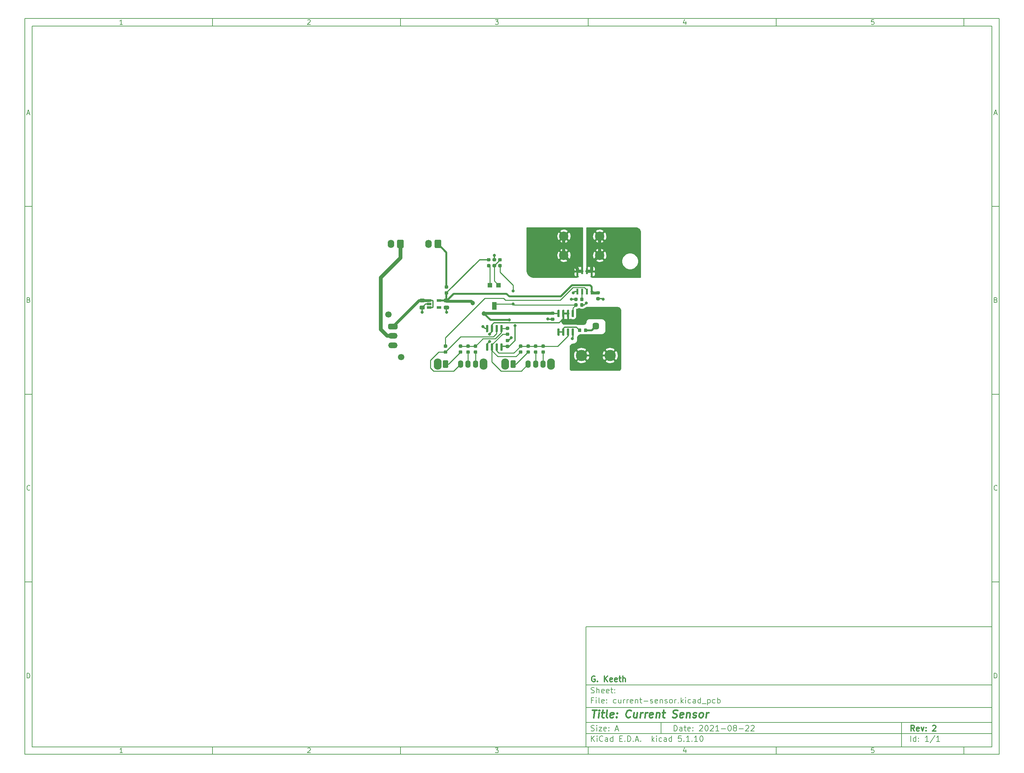
<source format=gbr>
%TF.GenerationSoftware,KiCad,Pcbnew,5.1.10*%
%TF.CreationDate,2021-08-22T21:12:58-04:00*%
%TF.ProjectId,current-sensor,63757272-656e-4742-9d73-656e736f722e,2*%
%TF.SameCoordinates,Original*%
%TF.FileFunction,Copper,L1,Top*%
%TF.FilePolarity,Positive*%
%FSLAX46Y46*%
G04 Gerber Fmt 4.6, Leading zero omitted, Abs format (unit mm)*
G04 Created by KiCad (PCBNEW 5.1.10) date 2021-08-22 21:12:58*
%MOMM*%
%LPD*%
G01*
G04 APERTURE LIST*
%ADD10C,0.100000*%
%ADD11C,0.150000*%
%ADD12C,0.300000*%
%ADD13C,0.400000*%
%TA.AperFunction,SMDPad,CuDef*%
%ADD14R,1.300000X1.300000*%
%TD*%
%TA.AperFunction,SMDPad,CuDef*%
%ADD15R,1.300000X2.000000*%
%TD*%
%TA.AperFunction,SMDPad,CuDef*%
%ADD16R,0.600000X1.550000*%
%TD*%
%TA.AperFunction,ComponentPad*%
%ADD17O,1.740000X2.200000*%
%TD*%
%TA.AperFunction,ComponentPad*%
%ADD18O,2.100000X3.000000*%
%TD*%
%TA.AperFunction,ComponentPad*%
%ADD19O,1.400000X2.000000*%
%TD*%
%TA.AperFunction,ComponentPad*%
%ADD20O,2.500000X1.500000*%
%TD*%
%TA.AperFunction,ComponentPad*%
%ADD21C,1.700000*%
%TD*%
%TA.AperFunction,ComponentPad*%
%ADD22C,3.000000*%
%TD*%
%TA.AperFunction,ComponentPad*%
%ADD23C,2.500000*%
%TD*%
%TA.AperFunction,SMDPad,CuDef*%
%ADD24R,1.220000X0.650000*%
%TD*%
%TA.AperFunction,ViaPad*%
%ADD25C,0.800000*%
%TD*%
%TA.AperFunction,ViaPad*%
%ADD26C,1.200000*%
%TD*%
%TA.AperFunction,Conductor*%
%ADD27C,0.250000*%
%TD*%
%TA.AperFunction,Conductor*%
%ADD28C,0.500000*%
%TD*%
%TA.AperFunction,Conductor*%
%ADD29C,0.762000*%
%TD*%
%TA.AperFunction,Conductor*%
%ADD30C,0.304800*%
%TD*%
%TA.AperFunction,Conductor*%
%ADD31C,0.812800*%
%TD*%
%TA.AperFunction,Conductor*%
%ADD32C,1.000000*%
%TD*%
%TA.AperFunction,Conductor*%
%ADD33C,0.254000*%
%TD*%
%TA.AperFunction,Conductor*%
%ADD34C,0.100000*%
%TD*%
G04 APERTURE END LIST*
D10*
D11*
X159400000Y-171900000D02*
X159400000Y-203900000D01*
X267400000Y-203900000D01*
X267400000Y-171900000D01*
X159400000Y-171900000D01*
D10*
D11*
X10000000Y-10000000D02*
X10000000Y-205900000D01*
X269400000Y-205900000D01*
X269400000Y-10000000D01*
X10000000Y-10000000D01*
D10*
D11*
X12000000Y-12000000D02*
X12000000Y-203900000D01*
X267400000Y-203900000D01*
X267400000Y-12000000D01*
X12000000Y-12000000D01*
D10*
D11*
X60000000Y-12000000D02*
X60000000Y-10000000D01*
D10*
D11*
X110000000Y-12000000D02*
X110000000Y-10000000D01*
D10*
D11*
X160000000Y-12000000D02*
X160000000Y-10000000D01*
D10*
D11*
X210000000Y-12000000D02*
X210000000Y-10000000D01*
D10*
D11*
X260000000Y-12000000D02*
X260000000Y-10000000D01*
D10*
D11*
X36065476Y-11588095D02*
X35322619Y-11588095D01*
X35694047Y-11588095D02*
X35694047Y-10288095D01*
X35570238Y-10473809D01*
X35446428Y-10597619D01*
X35322619Y-10659523D01*
D10*
D11*
X85322619Y-10411904D02*
X85384523Y-10350000D01*
X85508333Y-10288095D01*
X85817857Y-10288095D01*
X85941666Y-10350000D01*
X86003571Y-10411904D01*
X86065476Y-10535714D01*
X86065476Y-10659523D01*
X86003571Y-10845238D01*
X85260714Y-11588095D01*
X86065476Y-11588095D01*
D10*
D11*
X135260714Y-10288095D02*
X136065476Y-10288095D01*
X135632142Y-10783333D01*
X135817857Y-10783333D01*
X135941666Y-10845238D01*
X136003571Y-10907142D01*
X136065476Y-11030952D01*
X136065476Y-11340476D01*
X136003571Y-11464285D01*
X135941666Y-11526190D01*
X135817857Y-11588095D01*
X135446428Y-11588095D01*
X135322619Y-11526190D01*
X135260714Y-11464285D01*
D10*
D11*
X185941666Y-10721428D02*
X185941666Y-11588095D01*
X185632142Y-10226190D02*
X185322619Y-11154761D01*
X186127380Y-11154761D01*
D10*
D11*
X236003571Y-10288095D02*
X235384523Y-10288095D01*
X235322619Y-10907142D01*
X235384523Y-10845238D01*
X235508333Y-10783333D01*
X235817857Y-10783333D01*
X235941666Y-10845238D01*
X236003571Y-10907142D01*
X236065476Y-11030952D01*
X236065476Y-11340476D01*
X236003571Y-11464285D01*
X235941666Y-11526190D01*
X235817857Y-11588095D01*
X235508333Y-11588095D01*
X235384523Y-11526190D01*
X235322619Y-11464285D01*
D10*
D11*
X60000000Y-203900000D02*
X60000000Y-205900000D01*
D10*
D11*
X110000000Y-203900000D02*
X110000000Y-205900000D01*
D10*
D11*
X160000000Y-203900000D02*
X160000000Y-205900000D01*
D10*
D11*
X210000000Y-203900000D02*
X210000000Y-205900000D01*
D10*
D11*
X260000000Y-203900000D02*
X260000000Y-205900000D01*
D10*
D11*
X36065476Y-205488095D02*
X35322619Y-205488095D01*
X35694047Y-205488095D02*
X35694047Y-204188095D01*
X35570238Y-204373809D01*
X35446428Y-204497619D01*
X35322619Y-204559523D01*
D10*
D11*
X85322619Y-204311904D02*
X85384523Y-204250000D01*
X85508333Y-204188095D01*
X85817857Y-204188095D01*
X85941666Y-204250000D01*
X86003571Y-204311904D01*
X86065476Y-204435714D01*
X86065476Y-204559523D01*
X86003571Y-204745238D01*
X85260714Y-205488095D01*
X86065476Y-205488095D01*
D10*
D11*
X135260714Y-204188095D02*
X136065476Y-204188095D01*
X135632142Y-204683333D01*
X135817857Y-204683333D01*
X135941666Y-204745238D01*
X136003571Y-204807142D01*
X136065476Y-204930952D01*
X136065476Y-205240476D01*
X136003571Y-205364285D01*
X135941666Y-205426190D01*
X135817857Y-205488095D01*
X135446428Y-205488095D01*
X135322619Y-205426190D01*
X135260714Y-205364285D01*
D10*
D11*
X185941666Y-204621428D02*
X185941666Y-205488095D01*
X185632142Y-204126190D02*
X185322619Y-205054761D01*
X186127380Y-205054761D01*
D10*
D11*
X236003571Y-204188095D02*
X235384523Y-204188095D01*
X235322619Y-204807142D01*
X235384523Y-204745238D01*
X235508333Y-204683333D01*
X235817857Y-204683333D01*
X235941666Y-204745238D01*
X236003571Y-204807142D01*
X236065476Y-204930952D01*
X236065476Y-205240476D01*
X236003571Y-205364285D01*
X235941666Y-205426190D01*
X235817857Y-205488095D01*
X235508333Y-205488095D01*
X235384523Y-205426190D01*
X235322619Y-205364285D01*
D10*
D11*
X10000000Y-60000000D02*
X12000000Y-60000000D01*
D10*
D11*
X10000000Y-110000000D02*
X12000000Y-110000000D01*
D10*
D11*
X10000000Y-160000000D02*
X12000000Y-160000000D01*
D10*
D11*
X10690476Y-35216666D02*
X11309523Y-35216666D01*
X10566666Y-35588095D02*
X11000000Y-34288095D01*
X11433333Y-35588095D01*
D10*
D11*
X11092857Y-84907142D02*
X11278571Y-84969047D01*
X11340476Y-85030952D01*
X11402380Y-85154761D01*
X11402380Y-85340476D01*
X11340476Y-85464285D01*
X11278571Y-85526190D01*
X11154761Y-85588095D01*
X10659523Y-85588095D01*
X10659523Y-84288095D01*
X11092857Y-84288095D01*
X11216666Y-84350000D01*
X11278571Y-84411904D01*
X11340476Y-84535714D01*
X11340476Y-84659523D01*
X11278571Y-84783333D01*
X11216666Y-84845238D01*
X11092857Y-84907142D01*
X10659523Y-84907142D01*
D10*
D11*
X11402380Y-135464285D02*
X11340476Y-135526190D01*
X11154761Y-135588095D01*
X11030952Y-135588095D01*
X10845238Y-135526190D01*
X10721428Y-135402380D01*
X10659523Y-135278571D01*
X10597619Y-135030952D01*
X10597619Y-134845238D01*
X10659523Y-134597619D01*
X10721428Y-134473809D01*
X10845238Y-134350000D01*
X11030952Y-134288095D01*
X11154761Y-134288095D01*
X11340476Y-134350000D01*
X11402380Y-134411904D01*
D10*
D11*
X10659523Y-185588095D02*
X10659523Y-184288095D01*
X10969047Y-184288095D01*
X11154761Y-184350000D01*
X11278571Y-184473809D01*
X11340476Y-184597619D01*
X11402380Y-184845238D01*
X11402380Y-185030952D01*
X11340476Y-185278571D01*
X11278571Y-185402380D01*
X11154761Y-185526190D01*
X10969047Y-185588095D01*
X10659523Y-185588095D01*
D10*
D11*
X269400000Y-60000000D02*
X267400000Y-60000000D01*
D10*
D11*
X269400000Y-110000000D02*
X267400000Y-110000000D01*
D10*
D11*
X269400000Y-160000000D02*
X267400000Y-160000000D01*
D10*
D11*
X268090476Y-35216666D02*
X268709523Y-35216666D01*
X267966666Y-35588095D02*
X268400000Y-34288095D01*
X268833333Y-35588095D01*
D10*
D11*
X268492857Y-84907142D02*
X268678571Y-84969047D01*
X268740476Y-85030952D01*
X268802380Y-85154761D01*
X268802380Y-85340476D01*
X268740476Y-85464285D01*
X268678571Y-85526190D01*
X268554761Y-85588095D01*
X268059523Y-85588095D01*
X268059523Y-84288095D01*
X268492857Y-84288095D01*
X268616666Y-84350000D01*
X268678571Y-84411904D01*
X268740476Y-84535714D01*
X268740476Y-84659523D01*
X268678571Y-84783333D01*
X268616666Y-84845238D01*
X268492857Y-84907142D01*
X268059523Y-84907142D01*
D10*
D11*
X268802380Y-135464285D02*
X268740476Y-135526190D01*
X268554761Y-135588095D01*
X268430952Y-135588095D01*
X268245238Y-135526190D01*
X268121428Y-135402380D01*
X268059523Y-135278571D01*
X267997619Y-135030952D01*
X267997619Y-134845238D01*
X268059523Y-134597619D01*
X268121428Y-134473809D01*
X268245238Y-134350000D01*
X268430952Y-134288095D01*
X268554761Y-134288095D01*
X268740476Y-134350000D01*
X268802380Y-134411904D01*
D10*
D11*
X268059523Y-185588095D02*
X268059523Y-184288095D01*
X268369047Y-184288095D01*
X268554761Y-184350000D01*
X268678571Y-184473809D01*
X268740476Y-184597619D01*
X268802380Y-184845238D01*
X268802380Y-185030952D01*
X268740476Y-185278571D01*
X268678571Y-185402380D01*
X268554761Y-185526190D01*
X268369047Y-185588095D01*
X268059523Y-185588095D01*
D10*
D11*
X182832142Y-199678571D02*
X182832142Y-198178571D01*
X183189285Y-198178571D01*
X183403571Y-198250000D01*
X183546428Y-198392857D01*
X183617857Y-198535714D01*
X183689285Y-198821428D01*
X183689285Y-199035714D01*
X183617857Y-199321428D01*
X183546428Y-199464285D01*
X183403571Y-199607142D01*
X183189285Y-199678571D01*
X182832142Y-199678571D01*
X184975000Y-199678571D02*
X184975000Y-198892857D01*
X184903571Y-198750000D01*
X184760714Y-198678571D01*
X184475000Y-198678571D01*
X184332142Y-198750000D01*
X184975000Y-199607142D02*
X184832142Y-199678571D01*
X184475000Y-199678571D01*
X184332142Y-199607142D01*
X184260714Y-199464285D01*
X184260714Y-199321428D01*
X184332142Y-199178571D01*
X184475000Y-199107142D01*
X184832142Y-199107142D01*
X184975000Y-199035714D01*
X185475000Y-198678571D02*
X186046428Y-198678571D01*
X185689285Y-198178571D02*
X185689285Y-199464285D01*
X185760714Y-199607142D01*
X185903571Y-199678571D01*
X186046428Y-199678571D01*
X187117857Y-199607142D02*
X186975000Y-199678571D01*
X186689285Y-199678571D01*
X186546428Y-199607142D01*
X186475000Y-199464285D01*
X186475000Y-198892857D01*
X186546428Y-198750000D01*
X186689285Y-198678571D01*
X186975000Y-198678571D01*
X187117857Y-198750000D01*
X187189285Y-198892857D01*
X187189285Y-199035714D01*
X186475000Y-199178571D01*
X187832142Y-199535714D02*
X187903571Y-199607142D01*
X187832142Y-199678571D01*
X187760714Y-199607142D01*
X187832142Y-199535714D01*
X187832142Y-199678571D01*
X187832142Y-198750000D02*
X187903571Y-198821428D01*
X187832142Y-198892857D01*
X187760714Y-198821428D01*
X187832142Y-198750000D01*
X187832142Y-198892857D01*
X189617857Y-198321428D02*
X189689285Y-198250000D01*
X189832142Y-198178571D01*
X190189285Y-198178571D01*
X190332142Y-198250000D01*
X190403571Y-198321428D01*
X190475000Y-198464285D01*
X190475000Y-198607142D01*
X190403571Y-198821428D01*
X189546428Y-199678571D01*
X190475000Y-199678571D01*
X191403571Y-198178571D02*
X191546428Y-198178571D01*
X191689285Y-198250000D01*
X191760714Y-198321428D01*
X191832142Y-198464285D01*
X191903571Y-198750000D01*
X191903571Y-199107142D01*
X191832142Y-199392857D01*
X191760714Y-199535714D01*
X191689285Y-199607142D01*
X191546428Y-199678571D01*
X191403571Y-199678571D01*
X191260714Y-199607142D01*
X191189285Y-199535714D01*
X191117857Y-199392857D01*
X191046428Y-199107142D01*
X191046428Y-198750000D01*
X191117857Y-198464285D01*
X191189285Y-198321428D01*
X191260714Y-198250000D01*
X191403571Y-198178571D01*
X192475000Y-198321428D02*
X192546428Y-198250000D01*
X192689285Y-198178571D01*
X193046428Y-198178571D01*
X193189285Y-198250000D01*
X193260714Y-198321428D01*
X193332142Y-198464285D01*
X193332142Y-198607142D01*
X193260714Y-198821428D01*
X192403571Y-199678571D01*
X193332142Y-199678571D01*
X194760714Y-199678571D02*
X193903571Y-199678571D01*
X194332142Y-199678571D02*
X194332142Y-198178571D01*
X194189285Y-198392857D01*
X194046428Y-198535714D01*
X193903571Y-198607142D01*
X195403571Y-199107142D02*
X196546428Y-199107142D01*
X197546428Y-198178571D02*
X197689285Y-198178571D01*
X197832142Y-198250000D01*
X197903571Y-198321428D01*
X197975000Y-198464285D01*
X198046428Y-198750000D01*
X198046428Y-199107142D01*
X197975000Y-199392857D01*
X197903571Y-199535714D01*
X197832142Y-199607142D01*
X197689285Y-199678571D01*
X197546428Y-199678571D01*
X197403571Y-199607142D01*
X197332142Y-199535714D01*
X197260714Y-199392857D01*
X197189285Y-199107142D01*
X197189285Y-198750000D01*
X197260714Y-198464285D01*
X197332142Y-198321428D01*
X197403571Y-198250000D01*
X197546428Y-198178571D01*
X198903571Y-198821428D02*
X198760714Y-198750000D01*
X198689285Y-198678571D01*
X198617857Y-198535714D01*
X198617857Y-198464285D01*
X198689285Y-198321428D01*
X198760714Y-198250000D01*
X198903571Y-198178571D01*
X199189285Y-198178571D01*
X199332142Y-198250000D01*
X199403571Y-198321428D01*
X199475000Y-198464285D01*
X199475000Y-198535714D01*
X199403571Y-198678571D01*
X199332142Y-198750000D01*
X199189285Y-198821428D01*
X198903571Y-198821428D01*
X198760714Y-198892857D01*
X198689285Y-198964285D01*
X198617857Y-199107142D01*
X198617857Y-199392857D01*
X198689285Y-199535714D01*
X198760714Y-199607142D01*
X198903571Y-199678571D01*
X199189285Y-199678571D01*
X199332142Y-199607142D01*
X199403571Y-199535714D01*
X199475000Y-199392857D01*
X199475000Y-199107142D01*
X199403571Y-198964285D01*
X199332142Y-198892857D01*
X199189285Y-198821428D01*
X200117857Y-199107142D02*
X201260714Y-199107142D01*
X201903571Y-198321428D02*
X201975000Y-198250000D01*
X202117857Y-198178571D01*
X202475000Y-198178571D01*
X202617857Y-198250000D01*
X202689285Y-198321428D01*
X202760714Y-198464285D01*
X202760714Y-198607142D01*
X202689285Y-198821428D01*
X201832142Y-199678571D01*
X202760714Y-199678571D01*
X203332142Y-198321428D02*
X203403571Y-198250000D01*
X203546428Y-198178571D01*
X203903571Y-198178571D01*
X204046428Y-198250000D01*
X204117857Y-198321428D01*
X204189285Y-198464285D01*
X204189285Y-198607142D01*
X204117857Y-198821428D01*
X203260714Y-199678571D01*
X204189285Y-199678571D01*
D10*
D11*
X159400000Y-200400000D02*
X267400000Y-200400000D01*
D10*
D11*
X160832142Y-202478571D02*
X160832142Y-200978571D01*
X161689285Y-202478571D02*
X161046428Y-201621428D01*
X161689285Y-200978571D02*
X160832142Y-201835714D01*
X162332142Y-202478571D02*
X162332142Y-201478571D01*
X162332142Y-200978571D02*
X162260714Y-201050000D01*
X162332142Y-201121428D01*
X162403571Y-201050000D01*
X162332142Y-200978571D01*
X162332142Y-201121428D01*
X163903571Y-202335714D02*
X163832142Y-202407142D01*
X163617857Y-202478571D01*
X163475000Y-202478571D01*
X163260714Y-202407142D01*
X163117857Y-202264285D01*
X163046428Y-202121428D01*
X162975000Y-201835714D01*
X162975000Y-201621428D01*
X163046428Y-201335714D01*
X163117857Y-201192857D01*
X163260714Y-201050000D01*
X163475000Y-200978571D01*
X163617857Y-200978571D01*
X163832142Y-201050000D01*
X163903571Y-201121428D01*
X165189285Y-202478571D02*
X165189285Y-201692857D01*
X165117857Y-201550000D01*
X164975000Y-201478571D01*
X164689285Y-201478571D01*
X164546428Y-201550000D01*
X165189285Y-202407142D02*
X165046428Y-202478571D01*
X164689285Y-202478571D01*
X164546428Y-202407142D01*
X164475000Y-202264285D01*
X164475000Y-202121428D01*
X164546428Y-201978571D01*
X164689285Y-201907142D01*
X165046428Y-201907142D01*
X165189285Y-201835714D01*
X166546428Y-202478571D02*
X166546428Y-200978571D01*
X166546428Y-202407142D02*
X166403571Y-202478571D01*
X166117857Y-202478571D01*
X165975000Y-202407142D01*
X165903571Y-202335714D01*
X165832142Y-202192857D01*
X165832142Y-201764285D01*
X165903571Y-201621428D01*
X165975000Y-201550000D01*
X166117857Y-201478571D01*
X166403571Y-201478571D01*
X166546428Y-201550000D01*
X168403571Y-201692857D02*
X168903571Y-201692857D01*
X169117857Y-202478571D02*
X168403571Y-202478571D01*
X168403571Y-200978571D01*
X169117857Y-200978571D01*
X169760714Y-202335714D02*
X169832142Y-202407142D01*
X169760714Y-202478571D01*
X169689285Y-202407142D01*
X169760714Y-202335714D01*
X169760714Y-202478571D01*
X170475000Y-202478571D02*
X170475000Y-200978571D01*
X170832142Y-200978571D01*
X171046428Y-201050000D01*
X171189285Y-201192857D01*
X171260714Y-201335714D01*
X171332142Y-201621428D01*
X171332142Y-201835714D01*
X171260714Y-202121428D01*
X171189285Y-202264285D01*
X171046428Y-202407142D01*
X170832142Y-202478571D01*
X170475000Y-202478571D01*
X171975000Y-202335714D02*
X172046428Y-202407142D01*
X171975000Y-202478571D01*
X171903571Y-202407142D01*
X171975000Y-202335714D01*
X171975000Y-202478571D01*
X172617857Y-202050000D02*
X173332142Y-202050000D01*
X172475000Y-202478571D02*
X172975000Y-200978571D01*
X173475000Y-202478571D01*
X173975000Y-202335714D02*
X174046428Y-202407142D01*
X173975000Y-202478571D01*
X173903571Y-202407142D01*
X173975000Y-202335714D01*
X173975000Y-202478571D01*
X176975000Y-202478571D02*
X176975000Y-200978571D01*
X177117857Y-201907142D02*
X177546428Y-202478571D01*
X177546428Y-201478571D02*
X176975000Y-202050000D01*
X178189285Y-202478571D02*
X178189285Y-201478571D01*
X178189285Y-200978571D02*
X178117857Y-201050000D01*
X178189285Y-201121428D01*
X178260714Y-201050000D01*
X178189285Y-200978571D01*
X178189285Y-201121428D01*
X179546428Y-202407142D02*
X179403571Y-202478571D01*
X179117857Y-202478571D01*
X178975000Y-202407142D01*
X178903571Y-202335714D01*
X178832142Y-202192857D01*
X178832142Y-201764285D01*
X178903571Y-201621428D01*
X178975000Y-201550000D01*
X179117857Y-201478571D01*
X179403571Y-201478571D01*
X179546428Y-201550000D01*
X180832142Y-202478571D02*
X180832142Y-201692857D01*
X180760714Y-201550000D01*
X180617857Y-201478571D01*
X180332142Y-201478571D01*
X180189285Y-201550000D01*
X180832142Y-202407142D02*
X180689285Y-202478571D01*
X180332142Y-202478571D01*
X180189285Y-202407142D01*
X180117857Y-202264285D01*
X180117857Y-202121428D01*
X180189285Y-201978571D01*
X180332142Y-201907142D01*
X180689285Y-201907142D01*
X180832142Y-201835714D01*
X182189285Y-202478571D02*
X182189285Y-200978571D01*
X182189285Y-202407142D02*
X182046428Y-202478571D01*
X181760714Y-202478571D01*
X181617857Y-202407142D01*
X181546428Y-202335714D01*
X181475000Y-202192857D01*
X181475000Y-201764285D01*
X181546428Y-201621428D01*
X181617857Y-201550000D01*
X181760714Y-201478571D01*
X182046428Y-201478571D01*
X182189285Y-201550000D01*
X184760714Y-200978571D02*
X184046428Y-200978571D01*
X183975000Y-201692857D01*
X184046428Y-201621428D01*
X184189285Y-201550000D01*
X184546428Y-201550000D01*
X184689285Y-201621428D01*
X184760714Y-201692857D01*
X184832142Y-201835714D01*
X184832142Y-202192857D01*
X184760714Y-202335714D01*
X184689285Y-202407142D01*
X184546428Y-202478571D01*
X184189285Y-202478571D01*
X184046428Y-202407142D01*
X183975000Y-202335714D01*
X185475000Y-202335714D02*
X185546428Y-202407142D01*
X185475000Y-202478571D01*
X185403571Y-202407142D01*
X185475000Y-202335714D01*
X185475000Y-202478571D01*
X186975000Y-202478571D02*
X186117857Y-202478571D01*
X186546428Y-202478571D02*
X186546428Y-200978571D01*
X186403571Y-201192857D01*
X186260714Y-201335714D01*
X186117857Y-201407142D01*
X187617857Y-202335714D02*
X187689285Y-202407142D01*
X187617857Y-202478571D01*
X187546428Y-202407142D01*
X187617857Y-202335714D01*
X187617857Y-202478571D01*
X189117857Y-202478571D02*
X188260714Y-202478571D01*
X188689285Y-202478571D02*
X188689285Y-200978571D01*
X188546428Y-201192857D01*
X188403571Y-201335714D01*
X188260714Y-201407142D01*
X190046428Y-200978571D02*
X190189285Y-200978571D01*
X190332142Y-201050000D01*
X190403571Y-201121428D01*
X190475000Y-201264285D01*
X190546428Y-201550000D01*
X190546428Y-201907142D01*
X190475000Y-202192857D01*
X190403571Y-202335714D01*
X190332142Y-202407142D01*
X190189285Y-202478571D01*
X190046428Y-202478571D01*
X189903571Y-202407142D01*
X189832142Y-202335714D01*
X189760714Y-202192857D01*
X189689285Y-201907142D01*
X189689285Y-201550000D01*
X189760714Y-201264285D01*
X189832142Y-201121428D01*
X189903571Y-201050000D01*
X190046428Y-200978571D01*
D10*
D11*
X159400000Y-197400000D02*
X267400000Y-197400000D01*
D10*
D12*
X246809285Y-199678571D02*
X246309285Y-198964285D01*
X245952142Y-199678571D02*
X245952142Y-198178571D01*
X246523571Y-198178571D01*
X246666428Y-198250000D01*
X246737857Y-198321428D01*
X246809285Y-198464285D01*
X246809285Y-198678571D01*
X246737857Y-198821428D01*
X246666428Y-198892857D01*
X246523571Y-198964285D01*
X245952142Y-198964285D01*
X248023571Y-199607142D02*
X247880714Y-199678571D01*
X247595000Y-199678571D01*
X247452142Y-199607142D01*
X247380714Y-199464285D01*
X247380714Y-198892857D01*
X247452142Y-198750000D01*
X247595000Y-198678571D01*
X247880714Y-198678571D01*
X248023571Y-198750000D01*
X248095000Y-198892857D01*
X248095000Y-199035714D01*
X247380714Y-199178571D01*
X248595000Y-198678571D02*
X248952142Y-199678571D01*
X249309285Y-198678571D01*
X249880714Y-199535714D02*
X249952142Y-199607142D01*
X249880714Y-199678571D01*
X249809285Y-199607142D01*
X249880714Y-199535714D01*
X249880714Y-199678571D01*
X249880714Y-198750000D02*
X249952142Y-198821428D01*
X249880714Y-198892857D01*
X249809285Y-198821428D01*
X249880714Y-198750000D01*
X249880714Y-198892857D01*
X251666428Y-198321428D02*
X251737857Y-198250000D01*
X251880714Y-198178571D01*
X252237857Y-198178571D01*
X252380714Y-198250000D01*
X252452142Y-198321428D01*
X252523571Y-198464285D01*
X252523571Y-198607142D01*
X252452142Y-198821428D01*
X251595000Y-199678571D01*
X252523571Y-199678571D01*
D10*
D11*
X160760714Y-199607142D02*
X160975000Y-199678571D01*
X161332142Y-199678571D01*
X161475000Y-199607142D01*
X161546428Y-199535714D01*
X161617857Y-199392857D01*
X161617857Y-199250000D01*
X161546428Y-199107142D01*
X161475000Y-199035714D01*
X161332142Y-198964285D01*
X161046428Y-198892857D01*
X160903571Y-198821428D01*
X160832142Y-198750000D01*
X160760714Y-198607142D01*
X160760714Y-198464285D01*
X160832142Y-198321428D01*
X160903571Y-198250000D01*
X161046428Y-198178571D01*
X161403571Y-198178571D01*
X161617857Y-198250000D01*
X162260714Y-199678571D02*
X162260714Y-198678571D01*
X162260714Y-198178571D02*
X162189285Y-198250000D01*
X162260714Y-198321428D01*
X162332142Y-198250000D01*
X162260714Y-198178571D01*
X162260714Y-198321428D01*
X162832142Y-198678571D02*
X163617857Y-198678571D01*
X162832142Y-199678571D01*
X163617857Y-199678571D01*
X164760714Y-199607142D02*
X164617857Y-199678571D01*
X164332142Y-199678571D01*
X164189285Y-199607142D01*
X164117857Y-199464285D01*
X164117857Y-198892857D01*
X164189285Y-198750000D01*
X164332142Y-198678571D01*
X164617857Y-198678571D01*
X164760714Y-198750000D01*
X164832142Y-198892857D01*
X164832142Y-199035714D01*
X164117857Y-199178571D01*
X165475000Y-199535714D02*
X165546428Y-199607142D01*
X165475000Y-199678571D01*
X165403571Y-199607142D01*
X165475000Y-199535714D01*
X165475000Y-199678571D01*
X165475000Y-198750000D02*
X165546428Y-198821428D01*
X165475000Y-198892857D01*
X165403571Y-198821428D01*
X165475000Y-198750000D01*
X165475000Y-198892857D01*
X167260714Y-199250000D02*
X167975000Y-199250000D01*
X167117857Y-199678571D02*
X167617857Y-198178571D01*
X168117857Y-199678571D01*
D10*
D11*
X245832142Y-202478571D02*
X245832142Y-200978571D01*
X247189285Y-202478571D02*
X247189285Y-200978571D01*
X247189285Y-202407142D02*
X247046428Y-202478571D01*
X246760714Y-202478571D01*
X246617857Y-202407142D01*
X246546428Y-202335714D01*
X246475000Y-202192857D01*
X246475000Y-201764285D01*
X246546428Y-201621428D01*
X246617857Y-201550000D01*
X246760714Y-201478571D01*
X247046428Y-201478571D01*
X247189285Y-201550000D01*
X247903571Y-202335714D02*
X247975000Y-202407142D01*
X247903571Y-202478571D01*
X247832142Y-202407142D01*
X247903571Y-202335714D01*
X247903571Y-202478571D01*
X247903571Y-201550000D02*
X247975000Y-201621428D01*
X247903571Y-201692857D01*
X247832142Y-201621428D01*
X247903571Y-201550000D01*
X247903571Y-201692857D01*
X250546428Y-202478571D02*
X249689285Y-202478571D01*
X250117857Y-202478571D02*
X250117857Y-200978571D01*
X249975000Y-201192857D01*
X249832142Y-201335714D01*
X249689285Y-201407142D01*
X252260714Y-200907142D02*
X250975000Y-202835714D01*
X253546428Y-202478571D02*
X252689285Y-202478571D01*
X253117857Y-202478571D02*
X253117857Y-200978571D01*
X252975000Y-201192857D01*
X252832142Y-201335714D01*
X252689285Y-201407142D01*
D10*
D11*
X159400000Y-193400000D02*
X267400000Y-193400000D01*
D10*
D13*
X161112380Y-194104761D02*
X162255238Y-194104761D01*
X161433809Y-196104761D02*
X161683809Y-194104761D01*
X162671904Y-196104761D02*
X162838571Y-194771428D01*
X162921904Y-194104761D02*
X162814761Y-194200000D01*
X162898095Y-194295238D01*
X163005238Y-194200000D01*
X162921904Y-194104761D01*
X162898095Y-194295238D01*
X163505238Y-194771428D02*
X164267142Y-194771428D01*
X163874285Y-194104761D02*
X163660000Y-195819047D01*
X163731428Y-196009523D01*
X163910000Y-196104761D01*
X164100476Y-196104761D01*
X165052857Y-196104761D02*
X164874285Y-196009523D01*
X164802857Y-195819047D01*
X165017142Y-194104761D01*
X166588571Y-196009523D02*
X166386190Y-196104761D01*
X166005238Y-196104761D01*
X165826666Y-196009523D01*
X165755238Y-195819047D01*
X165850476Y-195057142D01*
X165969523Y-194866666D01*
X166171904Y-194771428D01*
X166552857Y-194771428D01*
X166731428Y-194866666D01*
X166802857Y-195057142D01*
X166779047Y-195247619D01*
X165802857Y-195438095D01*
X167552857Y-195914285D02*
X167636190Y-196009523D01*
X167529047Y-196104761D01*
X167445714Y-196009523D01*
X167552857Y-195914285D01*
X167529047Y-196104761D01*
X167683809Y-194866666D02*
X167767142Y-194961904D01*
X167660000Y-195057142D01*
X167576666Y-194961904D01*
X167683809Y-194866666D01*
X167660000Y-195057142D01*
X171171904Y-195914285D02*
X171064761Y-196009523D01*
X170767142Y-196104761D01*
X170576666Y-196104761D01*
X170302857Y-196009523D01*
X170136190Y-195819047D01*
X170064761Y-195628571D01*
X170017142Y-195247619D01*
X170052857Y-194961904D01*
X170195714Y-194580952D01*
X170314761Y-194390476D01*
X170529047Y-194200000D01*
X170826666Y-194104761D01*
X171017142Y-194104761D01*
X171290952Y-194200000D01*
X171374285Y-194295238D01*
X173029047Y-194771428D02*
X172862380Y-196104761D01*
X172171904Y-194771428D02*
X172040952Y-195819047D01*
X172112380Y-196009523D01*
X172290952Y-196104761D01*
X172576666Y-196104761D01*
X172779047Y-196009523D01*
X172886190Y-195914285D01*
X173814761Y-196104761D02*
X173981428Y-194771428D01*
X173933809Y-195152380D02*
X174052857Y-194961904D01*
X174160000Y-194866666D01*
X174362380Y-194771428D01*
X174552857Y-194771428D01*
X175052857Y-196104761D02*
X175219523Y-194771428D01*
X175171904Y-195152380D02*
X175290952Y-194961904D01*
X175398095Y-194866666D01*
X175600476Y-194771428D01*
X175790952Y-194771428D01*
X177064761Y-196009523D02*
X176862380Y-196104761D01*
X176481428Y-196104761D01*
X176302857Y-196009523D01*
X176231428Y-195819047D01*
X176326666Y-195057142D01*
X176445714Y-194866666D01*
X176648095Y-194771428D01*
X177029047Y-194771428D01*
X177207619Y-194866666D01*
X177279047Y-195057142D01*
X177255238Y-195247619D01*
X176279047Y-195438095D01*
X178171904Y-194771428D02*
X178005238Y-196104761D01*
X178148095Y-194961904D02*
X178255238Y-194866666D01*
X178457619Y-194771428D01*
X178743333Y-194771428D01*
X178921904Y-194866666D01*
X178993333Y-195057142D01*
X178862380Y-196104761D01*
X179695714Y-194771428D02*
X180457619Y-194771428D01*
X180064761Y-194104761D02*
X179850476Y-195819047D01*
X179921904Y-196009523D01*
X180100476Y-196104761D01*
X180290952Y-196104761D01*
X182398095Y-196009523D02*
X182671904Y-196104761D01*
X183148095Y-196104761D01*
X183350476Y-196009523D01*
X183457619Y-195914285D01*
X183576666Y-195723809D01*
X183600476Y-195533333D01*
X183529047Y-195342857D01*
X183445714Y-195247619D01*
X183267142Y-195152380D01*
X182898095Y-195057142D01*
X182719523Y-194961904D01*
X182636190Y-194866666D01*
X182564761Y-194676190D01*
X182588571Y-194485714D01*
X182707619Y-194295238D01*
X182814761Y-194200000D01*
X183017142Y-194104761D01*
X183493333Y-194104761D01*
X183767142Y-194200000D01*
X185160000Y-196009523D02*
X184957619Y-196104761D01*
X184576666Y-196104761D01*
X184398095Y-196009523D01*
X184326666Y-195819047D01*
X184421904Y-195057142D01*
X184540952Y-194866666D01*
X184743333Y-194771428D01*
X185124285Y-194771428D01*
X185302857Y-194866666D01*
X185374285Y-195057142D01*
X185350476Y-195247619D01*
X184374285Y-195438095D01*
X186267142Y-194771428D02*
X186100476Y-196104761D01*
X186243333Y-194961904D02*
X186350476Y-194866666D01*
X186552857Y-194771428D01*
X186838571Y-194771428D01*
X187017142Y-194866666D01*
X187088571Y-195057142D01*
X186957619Y-196104761D01*
X187826666Y-196009523D02*
X188005238Y-196104761D01*
X188386190Y-196104761D01*
X188588571Y-196009523D01*
X188707619Y-195819047D01*
X188719523Y-195723809D01*
X188648095Y-195533333D01*
X188469523Y-195438095D01*
X188183809Y-195438095D01*
X188005238Y-195342857D01*
X187933809Y-195152380D01*
X187945714Y-195057142D01*
X188064761Y-194866666D01*
X188267142Y-194771428D01*
X188552857Y-194771428D01*
X188731428Y-194866666D01*
X189814761Y-196104761D02*
X189636190Y-196009523D01*
X189552857Y-195914285D01*
X189481428Y-195723809D01*
X189552857Y-195152380D01*
X189671904Y-194961904D01*
X189779047Y-194866666D01*
X189981428Y-194771428D01*
X190267142Y-194771428D01*
X190445714Y-194866666D01*
X190529047Y-194961904D01*
X190600476Y-195152380D01*
X190529047Y-195723809D01*
X190410000Y-195914285D01*
X190302857Y-196009523D01*
X190100476Y-196104761D01*
X189814761Y-196104761D01*
X191338571Y-196104761D02*
X191505238Y-194771428D01*
X191457619Y-195152380D02*
X191576666Y-194961904D01*
X191683809Y-194866666D01*
X191886190Y-194771428D01*
X192076666Y-194771428D01*
D10*
D11*
X161332142Y-191492857D02*
X160832142Y-191492857D01*
X160832142Y-192278571D02*
X160832142Y-190778571D01*
X161546428Y-190778571D01*
X162117857Y-192278571D02*
X162117857Y-191278571D01*
X162117857Y-190778571D02*
X162046428Y-190850000D01*
X162117857Y-190921428D01*
X162189285Y-190850000D01*
X162117857Y-190778571D01*
X162117857Y-190921428D01*
X163046428Y-192278571D02*
X162903571Y-192207142D01*
X162832142Y-192064285D01*
X162832142Y-190778571D01*
X164189285Y-192207142D02*
X164046428Y-192278571D01*
X163760714Y-192278571D01*
X163617857Y-192207142D01*
X163546428Y-192064285D01*
X163546428Y-191492857D01*
X163617857Y-191350000D01*
X163760714Y-191278571D01*
X164046428Y-191278571D01*
X164189285Y-191350000D01*
X164260714Y-191492857D01*
X164260714Y-191635714D01*
X163546428Y-191778571D01*
X164903571Y-192135714D02*
X164975000Y-192207142D01*
X164903571Y-192278571D01*
X164832142Y-192207142D01*
X164903571Y-192135714D01*
X164903571Y-192278571D01*
X164903571Y-191350000D02*
X164975000Y-191421428D01*
X164903571Y-191492857D01*
X164832142Y-191421428D01*
X164903571Y-191350000D01*
X164903571Y-191492857D01*
X167403571Y-192207142D02*
X167260714Y-192278571D01*
X166975000Y-192278571D01*
X166832142Y-192207142D01*
X166760714Y-192135714D01*
X166689285Y-191992857D01*
X166689285Y-191564285D01*
X166760714Y-191421428D01*
X166832142Y-191350000D01*
X166975000Y-191278571D01*
X167260714Y-191278571D01*
X167403571Y-191350000D01*
X168689285Y-191278571D02*
X168689285Y-192278571D01*
X168046428Y-191278571D02*
X168046428Y-192064285D01*
X168117857Y-192207142D01*
X168260714Y-192278571D01*
X168475000Y-192278571D01*
X168617857Y-192207142D01*
X168689285Y-192135714D01*
X169403571Y-192278571D02*
X169403571Y-191278571D01*
X169403571Y-191564285D02*
X169475000Y-191421428D01*
X169546428Y-191350000D01*
X169689285Y-191278571D01*
X169832142Y-191278571D01*
X170332142Y-192278571D02*
X170332142Y-191278571D01*
X170332142Y-191564285D02*
X170403571Y-191421428D01*
X170475000Y-191350000D01*
X170617857Y-191278571D01*
X170760714Y-191278571D01*
X171832142Y-192207142D02*
X171689285Y-192278571D01*
X171403571Y-192278571D01*
X171260714Y-192207142D01*
X171189285Y-192064285D01*
X171189285Y-191492857D01*
X171260714Y-191350000D01*
X171403571Y-191278571D01*
X171689285Y-191278571D01*
X171832142Y-191350000D01*
X171903571Y-191492857D01*
X171903571Y-191635714D01*
X171189285Y-191778571D01*
X172546428Y-191278571D02*
X172546428Y-192278571D01*
X172546428Y-191421428D02*
X172617857Y-191350000D01*
X172760714Y-191278571D01*
X172975000Y-191278571D01*
X173117857Y-191350000D01*
X173189285Y-191492857D01*
X173189285Y-192278571D01*
X173689285Y-191278571D02*
X174260714Y-191278571D01*
X173903571Y-190778571D02*
X173903571Y-192064285D01*
X173975000Y-192207142D01*
X174117857Y-192278571D01*
X174260714Y-192278571D01*
X174760714Y-191707142D02*
X175903571Y-191707142D01*
X176546428Y-192207142D02*
X176689285Y-192278571D01*
X176975000Y-192278571D01*
X177117857Y-192207142D01*
X177189285Y-192064285D01*
X177189285Y-191992857D01*
X177117857Y-191850000D01*
X176975000Y-191778571D01*
X176760714Y-191778571D01*
X176617857Y-191707142D01*
X176546428Y-191564285D01*
X176546428Y-191492857D01*
X176617857Y-191350000D01*
X176760714Y-191278571D01*
X176975000Y-191278571D01*
X177117857Y-191350000D01*
X178403571Y-192207142D02*
X178260714Y-192278571D01*
X177975000Y-192278571D01*
X177832142Y-192207142D01*
X177760714Y-192064285D01*
X177760714Y-191492857D01*
X177832142Y-191350000D01*
X177975000Y-191278571D01*
X178260714Y-191278571D01*
X178403571Y-191350000D01*
X178475000Y-191492857D01*
X178475000Y-191635714D01*
X177760714Y-191778571D01*
X179117857Y-191278571D02*
X179117857Y-192278571D01*
X179117857Y-191421428D02*
X179189285Y-191350000D01*
X179332142Y-191278571D01*
X179546428Y-191278571D01*
X179689285Y-191350000D01*
X179760714Y-191492857D01*
X179760714Y-192278571D01*
X180403571Y-192207142D02*
X180546428Y-192278571D01*
X180832142Y-192278571D01*
X180975000Y-192207142D01*
X181046428Y-192064285D01*
X181046428Y-191992857D01*
X180975000Y-191850000D01*
X180832142Y-191778571D01*
X180617857Y-191778571D01*
X180475000Y-191707142D01*
X180403571Y-191564285D01*
X180403571Y-191492857D01*
X180475000Y-191350000D01*
X180617857Y-191278571D01*
X180832142Y-191278571D01*
X180975000Y-191350000D01*
X181903571Y-192278571D02*
X181760714Y-192207142D01*
X181689285Y-192135714D01*
X181617857Y-191992857D01*
X181617857Y-191564285D01*
X181689285Y-191421428D01*
X181760714Y-191350000D01*
X181903571Y-191278571D01*
X182117857Y-191278571D01*
X182260714Y-191350000D01*
X182332142Y-191421428D01*
X182403571Y-191564285D01*
X182403571Y-191992857D01*
X182332142Y-192135714D01*
X182260714Y-192207142D01*
X182117857Y-192278571D01*
X181903571Y-192278571D01*
X183046428Y-192278571D02*
X183046428Y-191278571D01*
X183046428Y-191564285D02*
X183117857Y-191421428D01*
X183189285Y-191350000D01*
X183332142Y-191278571D01*
X183475000Y-191278571D01*
X183975000Y-192135714D02*
X184046428Y-192207142D01*
X183975000Y-192278571D01*
X183903571Y-192207142D01*
X183975000Y-192135714D01*
X183975000Y-192278571D01*
X184689285Y-192278571D02*
X184689285Y-190778571D01*
X184832142Y-191707142D02*
X185260714Y-192278571D01*
X185260714Y-191278571D02*
X184689285Y-191850000D01*
X185903571Y-192278571D02*
X185903571Y-191278571D01*
X185903571Y-190778571D02*
X185832142Y-190850000D01*
X185903571Y-190921428D01*
X185975000Y-190850000D01*
X185903571Y-190778571D01*
X185903571Y-190921428D01*
X187260714Y-192207142D02*
X187117857Y-192278571D01*
X186832142Y-192278571D01*
X186689285Y-192207142D01*
X186617857Y-192135714D01*
X186546428Y-191992857D01*
X186546428Y-191564285D01*
X186617857Y-191421428D01*
X186689285Y-191350000D01*
X186832142Y-191278571D01*
X187117857Y-191278571D01*
X187260714Y-191350000D01*
X188546428Y-192278571D02*
X188546428Y-191492857D01*
X188475000Y-191350000D01*
X188332142Y-191278571D01*
X188046428Y-191278571D01*
X187903571Y-191350000D01*
X188546428Y-192207142D02*
X188403571Y-192278571D01*
X188046428Y-192278571D01*
X187903571Y-192207142D01*
X187832142Y-192064285D01*
X187832142Y-191921428D01*
X187903571Y-191778571D01*
X188046428Y-191707142D01*
X188403571Y-191707142D01*
X188546428Y-191635714D01*
X189903571Y-192278571D02*
X189903571Y-190778571D01*
X189903571Y-192207142D02*
X189760714Y-192278571D01*
X189475000Y-192278571D01*
X189332142Y-192207142D01*
X189260714Y-192135714D01*
X189189285Y-191992857D01*
X189189285Y-191564285D01*
X189260714Y-191421428D01*
X189332142Y-191350000D01*
X189475000Y-191278571D01*
X189760714Y-191278571D01*
X189903571Y-191350000D01*
X190260714Y-192421428D02*
X191403571Y-192421428D01*
X191760714Y-191278571D02*
X191760714Y-192778571D01*
X191760714Y-191350000D02*
X191903571Y-191278571D01*
X192189285Y-191278571D01*
X192332142Y-191350000D01*
X192403571Y-191421428D01*
X192475000Y-191564285D01*
X192475000Y-191992857D01*
X192403571Y-192135714D01*
X192332142Y-192207142D01*
X192189285Y-192278571D01*
X191903571Y-192278571D01*
X191760714Y-192207142D01*
X193760714Y-192207142D02*
X193617857Y-192278571D01*
X193332142Y-192278571D01*
X193189285Y-192207142D01*
X193117857Y-192135714D01*
X193046428Y-191992857D01*
X193046428Y-191564285D01*
X193117857Y-191421428D01*
X193189285Y-191350000D01*
X193332142Y-191278571D01*
X193617857Y-191278571D01*
X193760714Y-191350000D01*
X194403571Y-192278571D02*
X194403571Y-190778571D01*
X194403571Y-191350000D02*
X194546428Y-191278571D01*
X194832142Y-191278571D01*
X194975000Y-191350000D01*
X195046428Y-191421428D01*
X195117857Y-191564285D01*
X195117857Y-191992857D01*
X195046428Y-192135714D01*
X194975000Y-192207142D01*
X194832142Y-192278571D01*
X194546428Y-192278571D01*
X194403571Y-192207142D01*
D10*
D11*
X159400000Y-187400000D02*
X267400000Y-187400000D01*
D10*
D11*
X160760714Y-189507142D02*
X160975000Y-189578571D01*
X161332142Y-189578571D01*
X161475000Y-189507142D01*
X161546428Y-189435714D01*
X161617857Y-189292857D01*
X161617857Y-189150000D01*
X161546428Y-189007142D01*
X161475000Y-188935714D01*
X161332142Y-188864285D01*
X161046428Y-188792857D01*
X160903571Y-188721428D01*
X160832142Y-188650000D01*
X160760714Y-188507142D01*
X160760714Y-188364285D01*
X160832142Y-188221428D01*
X160903571Y-188150000D01*
X161046428Y-188078571D01*
X161403571Y-188078571D01*
X161617857Y-188150000D01*
X162260714Y-189578571D02*
X162260714Y-188078571D01*
X162903571Y-189578571D02*
X162903571Y-188792857D01*
X162832142Y-188650000D01*
X162689285Y-188578571D01*
X162475000Y-188578571D01*
X162332142Y-188650000D01*
X162260714Y-188721428D01*
X164189285Y-189507142D02*
X164046428Y-189578571D01*
X163760714Y-189578571D01*
X163617857Y-189507142D01*
X163546428Y-189364285D01*
X163546428Y-188792857D01*
X163617857Y-188650000D01*
X163760714Y-188578571D01*
X164046428Y-188578571D01*
X164189285Y-188650000D01*
X164260714Y-188792857D01*
X164260714Y-188935714D01*
X163546428Y-189078571D01*
X165475000Y-189507142D02*
X165332142Y-189578571D01*
X165046428Y-189578571D01*
X164903571Y-189507142D01*
X164832142Y-189364285D01*
X164832142Y-188792857D01*
X164903571Y-188650000D01*
X165046428Y-188578571D01*
X165332142Y-188578571D01*
X165475000Y-188650000D01*
X165546428Y-188792857D01*
X165546428Y-188935714D01*
X164832142Y-189078571D01*
X165975000Y-188578571D02*
X166546428Y-188578571D01*
X166189285Y-188078571D02*
X166189285Y-189364285D01*
X166260714Y-189507142D01*
X166403571Y-189578571D01*
X166546428Y-189578571D01*
X167046428Y-189435714D02*
X167117857Y-189507142D01*
X167046428Y-189578571D01*
X166975000Y-189507142D01*
X167046428Y-189435714D01*
X167046428Y-189578571D01*
X167046428Y-188650000D02*
X167117857Y-188721428D01*
X167046428Y-188792857D01*
X166975000Y-188721428D01*
X167046428Y-188650000D01*
X167046428Y-188792857D01*
D10*
D12*
X161737857Y-185150000D02*
X161595000Y-185078571D01*
X161380714Y-185078571D01*
X161166428Y-185150000D01*
X161023571Y-185292857D01*
X160952142Y-185435714D01*
X160880714Y-185721428D01*
X160880714Y-185935714D01*
X160952142Y-186221428D01*
X161023571Y-186364285D01*
X161166428Y-186507142D01*
X161380714Y-186578571D01*
X161523571Y-186578571D01*
X161737857Y-186507142D01*
X161809285Y-186435714D01*
X161809285Y-185935714D01*
X161523571Y-185935714D01*
X162452142Y-186435714D02*
X162523571Y-186507142D01*
X162452142Y-186578571D01*
X162380714Y-186507142D01*
X162452142Y-186435714D01*
X162452142Y-186578571D01*
X164309285Y-186578571D02*
X164309285Y-185078571D01*
X165166428Y-186578571D02*
X164523571Y-185721428D01*
X165166428Y-185078571D02*
X164309285Y-185935714D01*
X166380714Y-186507142D02*
X166237857Y-186578571D01*
X165952142Y-186578571D01*
X165809285Y-186507142D01*
X165737857Y-186364285D01*
X165737857Y-185792857D01*
X165809285Y-185650000D01*
X165952142Y-185578571D01*
X166237857Y-185578571D01*
X166380714Y-185650000D01*
X166452142Y-185792857D01*
X166452142Y-185935714D01*
X165737857Y-186078571D01*
X167666428Y-186507142D02*
X167523571Y-186578571D01*
X167237857Y-186578571D01*
X167095000Y-186507142D01*
X167023571Y-186364285D01*
X167023571Y-185792857D01*
X167095000Y-185650000D01*
X167237857Y-185578571D01*
X167523571Y-185578571D01*
X167666428Y-185650000D01*
X167737857Y-185792857D01*
X167737857Y-185935714D01*
X167023571Y-186078571D01*
X168166428Y-185578571D02*
X168737857Y-185578571D01*
X168380714Y-185078571D02*
X168380714Y-186364285D01*
X168452142Y-186507142D01*
X168595000Y-186578571D01*
X168737857Y-186578571D01*
X169237857Y-186578571D02*
X169237857Y-185078571D01*
X169880714Y-186578571D02*
X169880714Y-185792857D01*
X169809285Y-185650000D01*
X169666428Y-185578571D01*
X169452142Y-185578571D01*
X169309285Y-185650000D01*
X169237857Y-185721428D01*
D10*
D11*
X179400000Y-197400000D02*
X179400000Y-200400000D01*
D10*
D11*
X243400000Y-197400000D02*
X243400000Y-203900000D01*
%TO.P,R10,2*%
%TO.N,Net-(R10-Pad2)*%
%TA.AperFunction,SMDPad,CuDef*%
G36*
G01*
X134743750Y-75350000D02*
X135256250Y-75350000D01*
G75*
G02*
X135475000Y-75568750I0J-218750D01*
G01*
X135475000Y-76006250D01*
G75*
G02*
X135256250Y-76225000I-218750J0D01*
G01*
X134743750Y-76225000D01*
G75*
G02*
X134525000Y-76006250I0J218750D01*
G01*
X134525000Y-75568750D01*
G75*
G02*
X134743750Y-75350000I218750J0D01*
G01*
G37*
%TD.AperFunction*%
%TO.P,R10,1*%
%TO.N,GND*%
%TA.AperFunction,SMDPad,CuDef*%
G36*
G01*
X134743750Y-73775000D02*
X135256250Y-73775000D01*
G75*
G02*
X135475000Y-73993750I0J-218750D01*
G01*
X135475000Y-74431250D01*
G75*
G02*
X135256250Y-74650000I-218750J0D01*
G01*
X134743750Y-74650000D01*
G75*
G02*
X134525000Y-74431250I0J218750D01*
G01*
X134525000Y-73993750D01*
G75*
G02*
X134743750Y-73775000I218750J0D01*
G01*
G37*
%TD.AperFunction*%
%TD*%
%TO.P,R9,2*%
%TO.N,+5V*%
%TA.AperFunction,SMDPad,CuDef*%
G36*
G01*
X133756250Y-74650000D02*
X133243750Y-74650000D01*
G75*
G02*
X133025000Y-74431250I0J218750D01*
G01*
X133025000Y-73993750D01*
G75*
G02*
X133243750Y-73775000I218750J0D01*
G01*
X133756250Y-73775000D01*
G75*
G02*
X133975000Y-73993750I0J-218750D01*
G01*
X133975000Y-74431250D01*
G75*
G02*
X133756250Y-74650000I-218750J0D01*
G01*
G37*
%TD.AperFunction*%
%TO.P,R9,1*%
%TO.N,Net-(R9-Pad1)*%
%TA.AperFunction,SMDPad,CuDef*%
G36*
G01*
X133756250Y-76225000D02*
X133243750Y-76225000D01*
G75*
G02*
X133025000Y-76006250I0J218750D01*
G01*
X133025000Y-75568750D01*
G75*
G02*
X133243750Y-75350000I218750J0D01*
G01*
X133756250Y-75350000D01*
G75*
G02*
X133975000Y-75568750I0J-218750D01*
G01*
X133975000Y-76006250D01*
G75*
G02*
X133756250Y-76225000I-218750J0D01*
G01*
G37*
%TD.AperFunction*%
%TD*%
%TO.P,C10,2*%
%TO.N,GND*%
%TA.AperFunction,SMDPad,CuDef*%
G36*
G01*
X157850000Y-86506250D02*
X157850000Y-85993750D01*
G75*
G02*
X158068750Y-85775000I218750J0D01*
G01*
X158506250Y-85775000D01*
G75*
G02*
X158725000Y-85993750I0J-218750D01*
G01*
X158725000Y-86506250D01*
G75*
G02*
X158506250Y-86725000I-218750J0D01*
G01*
X158068750Y-86725000D01*
G75*
G02*
X157850000Y-86506250I0J218750D01*
G01*
G37*
%TD.AperFunction*%
%TO.P,C10,1*%
%TO.N,Net-(C10-Pad1)*%
%TA.AperFunction,SMDPad,CuDef*%
G36*
G01*
X156275000Y-86506250D02*
X156275000Y-85993750D01*
G75*
G02*
X156493750Y-85775000I218750J0D01*
G01*
X156931250Y-85775000D01*
G75*
G02*
X157150000Y-85993750I0J-218750D01*
G01*
X157150000Y-86506250D01*
G75*
G02*
X156931250Y-86725000I-218750J0D01*
G01*
X156493750Y-86725000D01*
G75*
G02*
X156275000Y-86506250I0J218750D01*
G01*
G37*
%TD.AperFunction*%
%TD*%
D14*
%TO.P,RV1,3*%
%TO.N,Net-(R10-Pad2)*%
X136150000Y-81000000D03*
D15*
%TO.P,RV1,2*%
%TO.N,Net-(C10-Pad1)*%
X135000000Y-86500000D03*
D14*
%TO.P,RV1,1*%
%TO.N,Net-(R9-Pad1)*%
X133850000Y-81000000D03*
%TD*%
%TO.P,R11,2*%
%TO.N,Net-(C10-Pad1)*%
%TA.AperFunction,SMDPad,CuDef*%
G36*
G01*
X136243750Y-75350000D02*
X136756250Y-75350000D01*
G75*
G02*
X136975000Y-75568750I0J-218750D01*
G01*
X136975000Y-76006250D01*
G75*
G02*
X136756250Y-76225000I-218750J0D01*
G01*
X136243750Y-76225000D01*
G75*
G02*
X136025000Y-76006250I0J218750D01*
G01*
X136025000Y-75568750D01*
G75*
G02*
X136243750Y-75350000I218750J0D01*
G01*
G37*
%TD.AperFunction*%
%TO.P,R11,1*%
%TO.N,Net-(R10-Pad2)*%
%TA.AperFunction,SMDPad,CuDef*%
G36*
G01*
X136243750Y-73775000D02*
X136756250Y-73775000D01*
G75*
G02*
X136975000Y-73993750I0J-218750D01*
G01*
X136975000Y-74431250D01*
G75*
G02*
X136756250Y-74650000I-218750J0D01*
G01*
X136243750Y-74650000D01*
G75*
G02*
X136025000Y-74431250I0J218750D01*
G01*
X136025000Y-73993750D01*
G75*
G02*
X136243750Y-73775000I218750J0D01*
G01*
G37*
%TD.AperFunction*%
%TD*%
%TO.P,U3,8*%
%TO.N,+5V*%
%TA.AperFunction,SMDPad,CuDef*%
G36*
G01*
X152245000Y-89500000D02*
X151945000Y-89500000D01*
G75*
G02*
X151795000Y-89350000I0J150000D01*
G01*
X151795000Y-87700000D01*
G75*
G02*
X151945000Y-87550000I150000J0D01*
G01*
X152245000Y-87550000D01*
G75*
G02*
X152395000Y-87700000I0J-150000D01*
G01*
X152395000Y-89350000D01*
G75*
G02*
X152245000Y-89500000I-150000J0D01*
G01*
G37*
%TD.AperFunction*%
%TO.P,U3,7*%
%TO.N,/virtual_gnd*%
%TA.AperFunction,SMDPad,CuDef*%
G36*
G01*
X153515000Y-89500000D02*
X153215000Y-89500000D01*
G75*
G02*
X153065000Y-89350000I0J150000D01*
G01*
X153065000Y-87700000D01*
G75*
G02*
X153215000Y-87550000I150000J0D01*
G01*
X153515000Y-87550000D01*
G75*
G02*
X153665000Y-87700000I0J-150000D01*
G01*
X153665000Y-89350000D01*
G75*
G02*
X153515000Y-89500000I-150000J0D01*
G01*
G37*
%TD.AperFunction*%
%TO.P,U3,6*%
%TA.AperFunction,SMDPad,CuDef*%
G36*
G01*
X154785000Y-89500000D02*
X154485000Y-89500000D01*
G75*
G02*
X154335000Y-89350000I0J150000D01*
G01*
X154335000Y-87700000D01*
G75*
G02*
X154485000Y-87550000I150000J0D01*
G01*
X154785000Y-87550000D01*
G75*
G02*
X154935000Y-87700000I0J-150000D01*
G01*
X154935000Y-89350000D01*
G75*
G02*
X154785000Y-89500000I-150000J0D01*
G01*
G37*
%TD.AperFunction*%
%TO.P,U3,5*%
%TO.N,Net-(C10-Pad1)*%
%TA.AperFunction,SMDPad,CuDef*%
G36*
G01*
X156055000Y-89500000D02*
X155755000Y-89500000D01*
G75*
G02*
X155605000Y-89350000I0J150000D01*
G01*
X155605000Y-87700000D01*
G75*
G02*
X155755000Y-87550000I150000J0D01*
G01*
X156055000Y-87550000D01*
G75*
G02*
X156205000Y-87700000I0J-150000D01*
G01*
X156205000Y-89350000D01*
G75*
G02*
X156055000Y-89500000I-150000J0D01*
G01*
G37*
%TD.AperFunction*%
%TO.P,U3,4*%
%TO.N,GND*%
%TA.AperFunction,SMDPad,CuDef*%
G36*
G01*
X156055000Y-94450000D02*
X155755000Y-94450000D01*
G75*
G02*
X155605000Y-94300000I0J150000D01*
G01*
X155605000Y-92650000D01*
G75*
G02*
X155755000Y-92500000I150000J0D01*
G01*
X156055000Y-92500000D01*
G75*
G02*
X156205000Y-92650000I0J-150000D01*
G01*
X156205000Y-94300000D01*
G75*
G02*
X156055000Y-94450000I-150000J0D01*
G01*
G37*
%TD.AperFunction*%
%TO.P,U3,3*%
%TO.N,Net-(C1-Pad1)*%
%TA.AperFunction,SMDPad,CuDef*%
G36*
G01*
X154785000Y-94450000D02*
X154485000Y-94450000D01*
G75*
G02*
X154335000Y-94300000I0J150000D01*
G01*
X154335000Y-92650000D01*
G75*
G02*
X154485000Y-92500000I150000J0D01*
G01*
X154785000Y-92500000D01*
G75*
G02*
X154935000Y-92650000I0J-150000D01*
G01*
X154935000Y-94300000D01*
G75*
G02*
X154785000Y-94450000I-150000J0D01*
G01*
G37*
%TD.AperFunction*%
%TO.P,U3,2*%
%TO.N,Net-(R7-Pad2)*%
%TA.AperFunction,SMDPad,CuDef*%
G36*
G01*
X153515000Y-94450000D02*
X153215000Y-94450000D01*
G75*
G02*
X153065000Y-94300000I0J150000D01*
G01*
X153065000Y-92650000D01*
G75*
G02*
X153215000Y-92500000I150000J0D01*
G01*
X153515000Y-92500000D01*
G75*
G02*
X153665000Y-92650000I0J-150000D01*
G01*
X153665000Y-94300000D01*
G75*
G02*
X153515000Y-94450000I-150000J0D01*
G01*
G37*
%TD.AperFunction*%
%TO.P,U3,1*%
%TA.AperFunction,SMDPad,CuDef*%
G36*
G01*
X152245000Y-94450000D02*
X151945000Y-94450000D01*
G75*
G02*
X151795000Y-94300000I0J150000D01*
G01*
X151795000Y-92650000D01*
G75*
G02*
X151945000Y-92500000I150000J0D01*
G01*
X152245000Y-92500000D01*
G75*
G02*
X152395000Y-92650000I0J-150000D01*
G01*
X152395000Y-94300000D01*
G75*
G02*
X152245000Y-94450000I-150000J0D01*
G01*
G37*
%TD.AperFunction*%
%TD*%
%TO.P,U2,8*%
%TO.N,+5V*%
%TA.AperFunction,SMDPad,CuDef*%
G36*
G01*
X136755000Y-96500000D02*
X137055000Y-96500000D01*
G75*
G02*
X137205000Y-96650000I0J-150000D01*
G01*
X137205000Y-98300000D01*
G75*
G02*
X137055000Y-98450000I-150000J0D01*
G01*
X136755000Y-98450000D01*
G75*
G02*
X136605000Y-98300000I0J150000D01*
G01*
X136605000Y-96650000D01*
G75*
G02*
X136755000Y-96500000I150000J0D01*
G01*
G37*
%TD.AperFunction*%
%TO.P,U2,7*%
%TO.N,Net-(C1-Pad1)*%
%TA.AperFunction,SMDPad,CuDef*%
G36*
G01*
X135485000Y-96500000D02*
X135785000Y-96500000D01*
G75*
G02*
X135935000Y-96650000I0J-150000D01*
G01*
X135935000Y-98300000D01*
G75*
G02*
X135785000Y-98450000I-150000J0D01*
G01*
X135485000Y-98450000D01*
G75*
G02*
X135335000Y-98300000I0J150000D01*
G01*
X135335000Y-96650000D01*
G75*
G02*
X135485000Y-96500000I150000J0D01*
G01*
G37*
%TD.AperFunction*%
%TO.P,U2,6*%
%TO.N,Net-(R5-Pad1)*%
%TA.AperFunction,SMDPad,CuDef*%
G36*
G01*
X134215000Y-96500000D02*
X134515000Y-96500000D01*
G75*
G02*
X134665000Y-96650000I0J-150000D01*
G01*
X134665000Y-98300000D01*
G75*
G02*
X134515000Y-98450000I-150000J0D01*
G01*
X134215000Y-98450000D01*
G75*
G02*
X134065000Y-98300000I0J150000D01*
G01*
X134065000Y-96650000D01*
G75*
G02*
X134215000Y-96500000I150000J0D01*
G01*
G37*
%TD.AperFunction*%
%TO.P,U2,5*%
%TO.N,/virtual_gnd*%
%TA.AperFunction,SMDPad,CuDef*%
G36*
G01*
X132945000Y-96500000D02*
X133245000Y-96500000D01*
G75*
G02*
X133395000Y-96650000I0J-150000D01*
G01*
X133395000Y-98300000D01*
G75*
G02*
X133245000Y-98450000I-150000J0D01*
G01*
X132945000Y-98450000D01*
G75*
G02*
X132795000Y-98300000I0J150000D01*
G01*
X132795000Y-96650000D01*
G75*
G02*
X132945000Y-96500000I150000J0D01*
G01*
G37*
%TD.AperFunction*%
%TO.P,U2,4*%
%TO.N,GND*%
%TA.AperFunction,SMDPad,CuDef*%
G36*
G01*
X132945000Y-91550000D02*
X133245000Y-91550000D01*
G75*
G02*
X133395000Y-91700000I0J-150000D01*
G01*
X133395000Y-93350000D01*
G75*
G02*
X133245000Y-93500000I-150000J0D01*
G01*
X132945000Y-93500000D01*
G75*
G02*
X132795000Y-93350000I0J150000D01*
G01*
X132795000Y-91700000D01*
G75*
G02*
X132945000Y-91550000I150000J0D01*
G01*
G37*
%TD.AperFunction*%
%TO.P,U2,3*%
%TO.N,/virtual_gnd*%
%TA.AperFunction,SMDPad,CuDef*%
G36*
G01*
X134215000Y-91550000D02*
X134515000Y-91550000D01*
G75*
G02*
X134665000Y-91700000I0J-150000D01*
G01*
X134665000Y-93350000D01*
G75*
G02*
X134515000Y-93500000I-150000J0D01*
G01*
X134215000Y-93500000D01*
G75*
G02*
X134065000Y-93350000I0J150000D01*
G01*
X134065000Y-91700000D01*
G75*
G02*
X134215000Y-91550000I150000J0D01*
G01*
G37*
%TD.AperFunction*%
%TO.P,U2,2*%
%TO.N,Net-(R1-Pad2)*%
%TA.AperFunction,SMDPad,CuDef*%
G36*
G01*
X135485000Y-91550000D02*
X135785000Y-91550000D01*
G75*
G02*
X135935000Y-91700000I0J-150000D01*
G01*
X135935000Y-93350000D01*
G75*
G02*
X135785000Y-93500000I-150000J0D01*
G01*
X135485000Y-93500000D01*
G75*
G02*
X135335000Y-93350000I0J150000D01*
G01*
X135335000Y-91700000D01*
G75*
G02*
X135485000Y-91550000I150000J0D01*
G01*
G37*
%TD.AperFunction*%
%TO.P,U2,1*%
%TO.N,Net-(R2-Pad1)*%
%TA.AperFunction,SMDPad,CuDef*%
G36*
G01*
X136755000Y-91550000D02*
X137055000Y-91550000D01*
G75*
G02*
X137205000Y-91700000I0J-150000D01*
G01*
X137205000Y-93350000D01*
G75*
G02*
X137055000Y-93500000I-150000J0D01*
G01*
X136755000Y-93500000D01*
G75*
G02*
X136605000Y-93350000I0J150000D01*
G01*
X136605000Y-91700000D01*
G75*
G02*
X136755000Y-91550000I150000J0D01*
G01*
G37*
%TD.AperFunction*%
%TD*%
%TO.P,C9,2*%
%TO.N,GND*%
%TA.AperFunction,SMDPad,CuDef*%
G36*
G01*
X121793750Y-86450000D02*
X122706250Y-86450000D01*
G75*
G02*
X122950000Y-86693750I0J-243750D01*
G01*
X122950000Y-87181250D01*
G75*
G02*
X122706250Y-87425000I-243750J0D01*
G01*
X121793750Y-87425000D01*
G75*
G02*
X121550000Y-87181250I0J243750D01*
G01*
X121550000Y-86693750D01*
G75*
G02*
X121793750Y-86450000I243750J0D01*
G01*
G37*
%TD.AperFunction*%
%TO.P,C9,1*%
%TO.N,+5V*%
%TA.AperFunction,SMDPad,CuDef*%
G36*
G01*
X121793750Y-84575000D02*
X122706250Y-84575000D01*
G75*
G02*
X122950000Y-84818750I0J-243750D01*
G01*
X122950000Y-85306250D01*
G75*
G02*
X122706250Y-85550000I-243750J0D01*
G01*
X121793750Y-85550000D01*
G75*
G02*
X121550000Y-85306250I0J243750D01*
G01*
X121550000Y-84818750D01*
G75*
G02*
X121793750Y-84575000I243750J0D01*
G01*
G37*
%TD.AperFunction*%
%TD*%
%TO.P,C8,2*%
%TO.N,GND*%
%TA.AperFunction,SMDPad,CuDef*%
G36*
G01*
X115343750Y-86450000D02*
X116256250Y-86450000D01*
G75*
G02*
X116500000Y-86693750I0J-243750D01*
G01*
X116500000Y-87181250D01*
G75*
G02*
X116256250Y-87425000I-243750J0D01*
G01*
X115343750Y-87425000D01*
G75*
G02*
X115100000Y-87181250I0J243750D01*
G01*
X115100000Y-86693750D01*
G75*
G02*
X115343750Y-86450000I243750J0D01*
G01*
G37*
%TD.AperFunction*%
%TO.P,C8,1*%
%TO.N,/9V_switched*%
%TA.AperFunction,SMDPad,CuDef*%
G36*
G01*
X115343750Y-84575000D02*
X116256250Y-84575000D01*
G75*
G02*
X116500000Y-84818750I0J-243750D01*
G01*
X116500000Y-85306250D01*
G75*
G02*
X116256250Y-85550000I-243750J0D01*
G01*
X115343750Y-85550000D01*
G75*
G02*
X115100000Y-85306250I0J243750D01*
G01*
X115100000Y-84818750D01*
G75*
G02*
X115343750Y-84575000I243750J0D01*
G01*
G37*
%TD.AperFunction*%
%TD*%
D16*
%TO.P,U1,8*%
%TO.N,+5V*%
X160905000Y-82700000D03*
%TO.P,U1,7*%
%TO.N,Net-(R1-Pad1)*%
X159635000Y-82700000D03*
%TO.P,U1,6*%
%TO.N,Net-(C5-Pad1)*%
X158365000Y-82700000D03*
%TO.P,U1,5*%
%TO.N,GND*%
X157095000Y-82700000D03*
%TO.P,U1,4*%
%TO.N,/current-*%
X157095000Y-77300000D03*
%TO.P,U1,3*%
X158365000Y-77300000D03*
%TO.P,U1,2*%
%TO.N,/current+*%
X159635000Y-77300000D03*
%TO.P,U1,1*%
X160905000Y-77300000D03*
%TD*%
D17*
%TO.P,J4,2*%
%TO.N,GND*%
X107460000Y-70000000D03*
%TO.P,J4,1*%
%TO.N,/9V*%
%TA.AperFunction,ComponentPad*%
G36*
G01*
X110870000Y-69149999D02*
X110870000Y-70850001D01*
G75*
G02*
X110620001Y-71100000I-249999J0D01*
G01*
X109379999Y-71100000D01*
G75*
G02*
X109130000Y-70850001I0J249999D01*
G01*
X109130000Y-69149999D01*
G75*
G02*
X109379999Y-68900000I249999J0D01*
G01*
X110620001Y-68900000D01*
G75*
G02*
X110870000Y-69149999I0J-249999D01*
G01*
G37*
%TD.AperFunction*%
%TD*%
D18*
%TO.P,SW3,SH*%
%TO.N,GND*%
X150100000Y-102000000D03*
X137900000Y-102000000D03*
D19*
%TO.P,SW3,4*%
%TO.N,Net-(C1-Pad2)*%
X148000000Y-102000000D03*
%TO.P,SW3,3*%
%TO.N,Net-(C2-Pad2)*%
X146000000Y-102000000D03*
%TO.P,SW3,2*%
%TO.N,Net-(R5-Pad1)*%
X144000000Y-102000000D03*
%TO.P,SW3,1*%
%TO.N,Net-(C3-Pad2)*%
%TA.AperFunction,ComponentPad*%
G36*
G01*
X139300000Y-102815200D02*
X139300000Y-101184800D01*
G75*
G02*
X139484800Y-101000000I184800J0D01*
G01*
X140515200Y-101000000D01*
G75*
G02*
X140700000Y-101184800I0J-184800D01*
G01*
X140700000Y-102815200D01*
G75*
G02*
X140515200Y-103000000I-184800J0D01*
G01*
X139484800Y-103000000D01*
G75*
G02*
X139300000Y-102815200I0J184800D01*
G01*
G37*
%TD.AperFunction*%
%TD*%
D18*
%TO.P,SW2,SH*%
%TO.N,GND*%
X132100000Y-102000000D03*
X119900000Y-102000000D03*
D19*
%TO.P,SW2,4*%
%TO.N,Net-(R4-Pad2)*%
X130000000Y-102000000D03*
%TO.P,SW2,3*%
%TO.N,Net-(R3-Pad2)*%
X128000000Y-102000000D03*
%TO.P,SW2,2*%
%TO.N,Net-(R1-Pad2)*%
X126000000Y-102000000D03*
%TO.P,SW2,1*%
%TO.N,Net-(R2-Pad2)*%
%TA.AperFunction,ComponentPad*%
G36*
G01*
X121300000Y-102815200D02*
X121300000Y-101184800D01*
G75*
G02*
X121484800Y-101000000I184800J0D01*
G01*
X122515200Y-101000000D01*
G75*
G02*
X122700000Y-101184800I0J-184800D01*
G01*
X122700000Y-102815200D01*
G75*
G02*
X122515200Y-103000000I-184800J0D01*
G01*
X121484800Y-103000000D01*
G75*
G02*
X121300000Y-102815200I0J184800D01*
G01*
G37*
%TD.AperFunction*%
%TD*%
D20*
%TO.P,SW1,3*%
%TO.N,Net-(SW1-Pad3)*%
X108000000Y-97000000D03*
%TO.P,SW1,2*%
%TO.N,/9V*%
X108000000Y-94500000D03*
D21*
%TO.P,SW1,SH*%
%TO.N,GND*%
X110200000Y-100100000D03*
X106800000Y-88800000D03*
%TO.P,SW1,1*%
%TO.N,/9V_switched*%
%TA.AperFunction,ComponentPad*%
G36*
G01*
X107125000Y-91250000D02*
X108875000Y-91250000D01*
G75*
G02*
X109250000Y-91625000I0J-375000D01*
G01*
X109250000Y-92375000D01*
G75*
G02*
X108875000Y-92750000I-375000J0D01*
G01*
X107125000Y-92750000D01*
G75*
G02*
X106750000Y-92375000I0J375000D01*
G01*
X106750000Y-91625000D01*
G75*
G02*
X107125000Y-91250000I375000J0D01*
G01*
G37*
%TD.AperFunction*%
%TD*%
D22*
%TO.P,J3,2*%
%TO.N,/virtual_gnd*%
X158200000Y-99680000D03*
X165800000Y-99680000D03*
%TO.P,J3,1*%
%TO.N,/vout*%
%TA.AperFunction,ComponentPad*%
G36*
G01*
X161150000Y-92305000D02*
X161150000Y-91455000D01*
G75*
G02*
X161575000Y-91030000I425000J0D01*
G01*
X162425000Y-91030000D01*
G75*
G02*
X162850000Y-91455000I0J-425000D01*
G01*
X162850000Y-92305000D01*
G75*
G02*
X162425000Y-92730000I-425000J0D01*
G01*
X161575000Y-92730000D01*
G75*
G02*
X161150000Y-92305000I0J425000D01*
G01*
G37*
%TD.AperFunction*%
%TD*%
%TO.P,C7,2*%
%TO.N,GND*%
%TA.AperFunction,SMDPad,CuDef*%
G36*
G01*
X150243750Y-89600000D02*
X150756250Y-89600000D01*
G75*
G02*
X150975000Y-89818750I0J-218750D01*
G01*
X150975000Y-90256250D01*
G75*
G02*
X150756250Y-90475000I-218750J0D01*
G01*
X150243750Y-90475000D01*
G75*
G02*
X150025000Y-90256250I0J218750D01*
G01*
X150025000Y-89818750D01*
G75*
G02*
X150243750Y-89600000I218750J0D01*
G01*
G37*
%TD.AperFunction*%
%TO.P,C7,1*%
%TO.N,+5V*%
%TA.AperFunction,SMDPad,CuDef*%
G36*
G01*
X150243750Y-88025000D02*
X150756250Y-88025000D01*
G75*
G02*
X150975000Y-88243750I0J-218750D01*
G01*
X150975000Y-88681250D01*
G75*
G02*
X150756250Y-88900000I-218750J0D01*
G01*
X150243750Y-88900000D01*
G75*
G02*
X150025000Y-88681250I0J218750D01*
G01*
X150025000Y-88243750D01*
G75*
G02*
X150243750Y-88025000I218750J0D01*
G01*
G37*
%TD.AperFunction*%
%TD*%
D17*
%TO.P,J5,2*%
%TO.N,GND*%
X117460000Y-70000000D03*
%TO.P,J5,1*%
%TO.N,/led_high*%
%TA.AperFunction,ComponentPad*%
G36*
G01*
X120870000Y-69149999D02*
X120870000Y-70850001D01*
G75*
G02*
X120620001Y-71100000I-249999J0D01*
G01*
X119379999Y-71100000D01*
G75*
G02*
X119130000Y-70850001I0J249999D01*
G01*
X119130000Y-69149999D01*
G75*
G02*
X119379999Y-68900000I249999J0D01*
G01*
X120620001Y-68900000D01*
G75*
G02*
X120870000Y-69149999I0J-249999D01*
G01*
G37*
%TD.AperFunction*%
%TD*%
D23*
%TO.P,J2,1*%
%TO.N,/current-*%
X153500000Y-67920000D03*
X153500000Y-73000000D03*
%TD*%
%TO.P,J1,1*%
%TO.N,/current+*%
X163000000Y-67920000D03*
X163000000Y-73000000D03*
%TD*%
D24*
%TO.P,U4,5*%
%TO.N,+5V*%
X120310000Y-85050000D03*
%TO.P,U4,4*%
%TO.N,Net-(U4-Pad4)*%
X120310000Y-86950000D03*
%TO.P,U4,3*%
%TO.N,/9V_switched*%
X117690000Y-86950000D03*
%TO.P,U4,2*%
%TO.N,GND*%
X117690000Y-86000000D03*
%TO.P,U4,1*%
%TO.N,/9V_switched*%
X117690000Y-85050000D03*
%TD*%
%TO.P,R8,2*%
%TO.N,/led_high*%
%TA.AperFunction,SMDPad,CuDef*%
G36*
G01*
X122506250Y-81900000D02*
X121993750Y-81900000D01*
G75*
G02*
X121775000Y-81681250I0J218750D01*
G01*
X121775000Y-81243750D01*
G75*
G02*
X121993750Y-81025000I218750J0D01*
G01*
X122506250Y-81025000D01*
G75*
G02*
X122725000Y-81243750I0J-218750D01*
G01*
X122725000Y-81681250D01*
G75*
G02*
X122506250Y-81900000I-218750J0D01*
G01*
G37*
%TD.AperFunction*%
%TO.P,R8,1*%
%TO.N,+5V*%
%TA.AperFunction,SMDPad,CuDef*%
G36*
G01*
X122506250Y-83475000D02*
X121993750Y-83475000D01*
G75*
G02*
X121775000Y-83256250I0J218750D01*
G01*
X121775000Y-82818750D01*
G75*
G02*
X121993750Y-82600000I218750J0D01*
G01*
X122506250Y-82600000D01*
G75*
G02*
X122725000Y-82818750I0J-218750D01*
G01*
X122725000Y-83256250D01*
G75*
G02*
X122506250Y-83475000I-218750J0D01*
G01*
G37*
%TD.AperFunction*%
%TD*%
%TO.P,R7,2*%
%TO.N,Net-(R7-Pad2)*%
%TA.AperFunction,SMDPad,CuDef*%
G36*
G01*
X158150000Y-92743750D02*
X158150000Y-93256250D01*
G75*
G02*
X157931250Y-93475000I-218750J0D01*
G01*
X157493750Y-93475000D01*
G75*
G02*
X157275000Y-93256250I0J218750D01*
G01*
X157275000Y-92743750D01*
G75*
G02*
X157493750Y-92525000I218750J0D01*
G01*
X157931250Y-92525000D01*
G75*
G02*
X158150000Y-92743750I0J-218750D01*
G01*
G37*
%TD.AperFunction*%
%TO.P,R7,1*%
%TO.N,/vout*%
%TA.AperFunction,SMDPad,CuDef*%
G36*
G01*
X159725000Y-92743750D02*
X159725000Y-93256250D01*
G75*
G02*
X159506250Y-93475000I-218750J0D01*
G01*
X159068750Y-93475000D01*
G75*
G02*
X158850000Y-93256250I0J218750D01*
G01*
X158850000Y-92743750D01*
G75*
G02*
X159068750Y-92525000I218750J0D01*
G01*
X159506250Y-92525000D01*
G75*
G02*
X159725000Y-92743750I0J-218750D01*
G01*
G37*
%TD.AperFunction*%
%TD*%
%TO.P,R6,2*%
%TO.N,Net-(C1-Pad1)*%
%TA.AperFunction,SMDPad,CuDef*%
G36*
G01*
X142256250Y-97650000D02*
X141743750Y-97650000D01*
G75*
G02*
X141525000Y-97431250I0J218750D01*
G01*
X141525000Y-96993750D01*
G75*
G02*
X141743750Y-96775000I218750J0D01*
G01*
X142256250Y-96775000D01*
G75*
G02*
X142475000Y-96993750I0J-218750D01*
G01*
X142475000Y-97431250D01*
G75*
G02*
X142256250Y-97650000I-218750J0D01*
G01*
G37*
%TD.AperFunction*%
%TO.P,R6,1*%
%TO.N,Net-(R5-Pad1)*%
%TA.AperFunction,SMDPad,CuDef*%
G36*
G01*
X142256250Y-99225000D02*
X141743750Y-99225000D01*
G75*
G02*
X141525000Y-99006250I0J218750D01*
G01*
X141525000Y-98568750D01*
G75*
G02*
X141743750Y-98350000I218750J0D01*
G01*
X142256250Y-98350000D01*
G75*
G02*
X142475000Y-98568750I0J-218750D01*
G01*
X142475000Y-99006250D01*
G75*
G02*
X142256250Y-99225000I-218750J0D01*
G01*
G37*
%TD.AperFunction*%
%TD*%
%TO.P,R5,1*%
%TO.N,Net-(R5-Pad1)*%
%TA.AperFunction,SMDPad,CuDef*%
G36*
G01*
X138756250Y-94475000D02*
X138243750Y-94475000D01*
G75*
G02*
X138025000Y-94256250I0J218750D01*
G01*
X138025000Y-93818750D01*
G75*
G02*
X138243750Y-93600000I218750J0D01*
G01*
X138756250Y-93600000D01*
G75*
G02*
X138975000Y-93818750I0J-218750D01*
G01*
X138975000Y-94256250D01*
G75*
G02*
X138756250Y-94475000I-218750J0D01*
G01*
G37*
%TD.AperFunction*%
%TO.P,R5,2*%
%TO.N,Net-(R2-Pad1)*%
%TA.AperFunction,SMDPad,CuDef*%
G36*
G01*
X138756250Y-92900000D02*
X138243750Y-92900000D01*
G75*
G02*
X138025000Y-92681250I0J218750D01*
G01*
X138025000Y-92243750D01*
G75*
G02*
X138243750Y-92025000I218750J0D01*
G01*
X138756250Y-92025000D01*
G75*
G02*
X138975000Y-92243750I0J-218750D01*
G01*
X138975000Y-92681250D01*
G75*
G02*
X138756250Y-92900000I-218750J0D01*
G01*
G37*
%TD.AperFunction*%
%TD*%
%TO.P,R4,2*%
%TO.N,Net-(R4-Pad2)*%
%TA.AperFunction,SMDPad,CuDef*%
G36*
G01*
X129743750Y-98350000D02*
X130256250Y-98350000D01*
G75*
G02*
X130475000Y-98568750I0J-218750D01*
G01*
X130475000Y-99006250D01*
G75*
G02*
X130256250Y-99225000I-218750J0D01*
G01*
X129743750Y-99225000D01*
G75*
G02*
X129525000Y-99006250I0J218750D01*
G01*
X129525000Y-98568750D01*
G75*
G02*
X129743750Y-98350000I218750J0D01*
G01*
G37*
%TD.AperFunction*%
%TO.P,R4,1*%
%TO.N,Net-(R2-Pad1)*%
%TA.AperFunction,SMDPad,CuDef*%
G36*
G01*
X129743750Y-96775000D02*
X130256250Y-96775000D01*
G75*
G02*
X130475000Y-96993750I0J-218750D01*
G01*
X130475000Y-97431250D01*
G75*
G02*
X130256250Y-97650000I-218750J0D01*
G01*
X129743750Y-97650000D01*
G75*
G02*
X129525000Y-97431250I0J218750D01*
G01*
X129525000Y-96993750D01*
G75*
G02*
X129743750Y-96775000I218750J0D01*
G01*
G37*
%TD.AperFunction*%
%TD*%
%TO.P,R3,2*%
%TO.N,Net-(R3-Pad2)*%
%TA.AperFunction,SMDPad,CuDef*%
G36*
G01*
X127743750Y-98350000D02*
X128256250Y-98350000D01*
G75*
G02*
X128475000Y-98568750I0J-218750D01*
G01*
X128475000Y-99006250D01*
G75*
G02*
X128256250Y-99225000I-218750J0D01*
G01*
X127743750Y-99225000D01*
G75*
G02*
X127525000Y-99006250I0J218750D01*
G01*
X127525000Y-98568750D01*
G75*
G02*
X127743750Y-98350000I218750J0D01*
G01*
G37*
%TD.AperFunction*%
%TO.P,R3,1*%
%TO.N,Net-(R2-Pad1)*%
%TA.AperFunction,SMDPad,CuDef*%
G36*
G01*
X127743750Y-96775000D02*
X128256250Y-96775000D01*
G75*
G02*
X128475000Y-96993750I0J-218750D01*
G01*
X128475000Y-97431250D01*
G75*
G02*
X128256250Y-97650000I-218750J0D01*
G01*
X127743750Y-97650000D01*
G75*
G02*
X127525000Y-97431250I0J218750D01*
G01*
X127525000Y-96993750D01*
G75*
G02*
X127743750Y-96775000I218750J0D01*
G01*
G37*
%TD.AperFunction*%
%TD*%
%TO.P,R2,2*%
%TO.N,Net-(R2-Pad2)*%
%TA.AperFunction,SMDPad,CuDef*%
G36*
G01*
X125743750Y-98350000D02*
X126256250Y-98350000D01*
G75*
G02*
X126475000Y-98568750I0J-218750D01*
G01*
X126475000Y-99006250D01*
G75*
G02*
X126256250Y-99225000I-218750J0D01*
G01*
X125743750Y-99225000D01*
G75*
G02*
X125525000Y-99006250I0J218750D01*
G01*
X125525000Y-98568750D01*
G75*
G02*
X125743750Y-98350000I218750J0D01*
G01*
G37*
%TD.AperFunction*%
%TO.P,R2,1*%
%TO.N,Net-(R2-Pad1)*%
%TA.AperFunction,SMDPad,CuDef*%
G36*
G01*
X125743750Y-96775000D02*
X126256250Y-96775000D01*
G75*
G02*
X126475000Y-96993750I0J-218750D01*
G01*
X126475000Y-97431250D01*
G75*
G02*
X126256250Y-97650000I-218750J0D01*
G01*
X125743750Y-97650000D01*
G75*
G02*
X125525000Y-97431250I0J218750D01*
G01*
X125525000Y-96993750D01*
G75*
G02*
X125743750Y-96775000I218750J0D01*
G01*
G37*
%TD.AperFunction*%
%TD*%
%TO.P,R1,2*%
%TO.N,Net-(R1-Pad2)*%
%TA.AperFunction,SMDPad,CuDef*%
G36*
G01*
X121743750Y-98350000D02*
X122256250Y-98350000D01*
G75*
G02*
X122475000Y-98568750I0J-218750D01*
G01*
X122475000Y-99006250D01*
G75*
G02*
X122256250Y-99225000I-218750J0D01*
G01*
X121743750Y-99225000D01*
G75*
G02*
X121525000Y-99006250I0J218750D01*
G01*
X121525000Y-98568750D01*
G75*
G02*
X121743750Y-98350000I218750J0D01*
G01*
G37*
%TD.AperFunction*%
%TO.P,R1,1*%
%TO.N,Net-(R1-Pad1)*%
%TA.AperFunction,SMDPad,CuDef*%
G36*
G01*
X121743750Y-96775000D02*
X122256250Y-96775000D01*
G75*
G02*
X122475000Y-96993750I0J-218750D01*
G01*
X122475000Y-97431250D01*
G75*
G02*
X122256250Y-97650000I-218750J0D01*
G01*
X121743750Y-97650000D01*
G75*
G02*
X121525000Y-97431250I0J218750D01*
G01*
X121525000Y-96993750D01*
G75*
G02*
X121743750Y-96775000I218750J0D01*
G01*
G37*
%TD.AperFunction*%
%TD*%
%TO.P,C6,1*%
%TO.N,+5V*%
%TA.AperFunction,SMDPad,CuDef*%
G36*
G01*
X138756250Y-97725000D02*
X138243750Y-97725000D01*
G75*
G02*
X138025000Y-97506250I0J218750D01*
G01*
X138025000Y-97068750D01*
G75*
G02*
X138243750Y-96850000I218750J0D01*
G01*
X138756250Y-96850000D01*
G75*
G02*
X138975000Y-97068750I0J-218750D01*
G01*
X138975000Y-97506250D01*
G75*
G02*
X138756250Y-97725000I-218750J0D01*
G01*
G37*
%TD.AperFunction*%
%TO.P,C6,2*%
%TO.N,GND*%
%TA.AperFunction,SMDPad,CuDef*%
G36*
G01*
X138756250Y-96150000D02*
X138243750Y-96150000D01*
G75*
G02*
X138025000Y-95931250I0J218750D01*
G01*
X138025000Y-95493750D01*
G75*
G02*
X138243750Y-95275000I218750J0D01*
G01*
X138756250Y-95275000D01*
G75*
G02*
X138975000Y-95493750I0J-218750D01*
G01*
X138975000Y-95931250D01*
G75*
G02*
X138756250Y-96150000I-218750J0D01*
G01*
G37*
%TD.AperFunction*%
%TD*%
%TO.P,C5,1*%
%TO.N,Net-(C5-Pad1)*%
%TA.AperFunction,SMDPad,CuDef*%
G36*
G01*
X158725000Y-84493750D02*
X158725000Y-85006250D01*
G75*
G02*
X158506250Y-85225000I-218750J0D01*
G01*
X158068750Y-85225000D01*
G75*
G02*
X157850000Y-85006250I0J218750D01*
G01*
X157850000Y-84493750D01*
G75*
G02*
X158068750Y-84275000I218750J0D01*
G01*
X158506250Y-84275000D01*
G75*
G02*
X158725000Y-84493750I0J-218750D01*
G01*
G37*
%TD.AperFunction*%
%TO.P,C5,2*%
%TO.N,GND*%
%TA.AperFunction,SMDPad,CuDef*%
G36*
G01*
X157150000Y-84493750D02*
X157150000Y-85006250D01*
G75*
G02*
X156931250Y-85225000I-218750J0D01*
G01*
X156493750Y-85225000D01*
G75*
G02*
X156275000Y-85006250I0J218750D01*
G01*
X156275000Y-84493750D01*
G75*
G02*
X156493750Y-84275000I218750J0D01*
G01*
X156931250Y-84275000D01*
G75*
G02*
X157150000Y-84493750I0J-218750D01*
G01*
G37*
%TD.AperFunction*%
%TD*%
%TO.P,C4,1*%
%TO.N,GND*%
%TA.AperFunction,SMDPad,CuDef*%
G36*
G01*
X162856250Y-85025000D02*
X162343750Y-85025000D01*
G75*
G02*
X162125000Y-84806250I0J218750D01*
G01*
X162125000Y-84368750D01*
G75*
G02*
X162343750Y-84150000I218750J0D01*
G01*
X162856250Y-84150000D01*
G75*
G02*
X163075000Y-84368750I0J-218750D01*
G01*
X163075000Y-84806250D01*
G75*
G02*
X162856250Y-85025000I-218750J0D01*
G01*
G37*
%TD.AperFunction*%
%TO.P,C4,2*%
%TO.N,+5V*%
%TA.AperFunction,SMDPad,CuDef*%
G36*
G01*
X162856250Y-83450000D02*
X162343750Y-83450000D01*
G75*
G02*
X162125000Y-83231250I0J218750D01*
G01*
X162125000Y-82793750D01*
G75*
G02*
X162343750Y-82575000I218750J0D01*
G01*
X162856250Y-82575000D01*
G75*
G02*
X163075000Y-82793750I0J-218750D01*
G01*
X163075000Y-83231250D01*
G75*
G02*
X162856250Y-83450000I-218750J0D01*
G01*
G37*
%TD.AperFunction*%
%TD*%
%TO.P,C3,2*%
%TO.N,Net-(C3-Pad2)*%
%TA.AperFunction,SMDPad,CuDef*%
G36*
G01*
X143743750Y-98350000D02*
X144256250Y-98350000D01*
G75*
G02*
X144475000Y-98568750I0J-218750D01*
G01*
X144475000Y-99006250D01*
G75*
G02*
X144256250Y-99225000I-218750J0D01*
G01*
X143743750Y-99225000D01*
G75*
G02*
X143525000Y-99006250I0J218750D01*
G01*
X143525000Y-98568750D01*
G75*
G02*
X143743750Y-98350000I218750J0D01*
G01*
G37*
%TD.AperFunction*%
%TO.P,C3,1*%
%TO.N,Net-(C1-Pad1)*%
%TA.AperFunction,SMDPad,CuDef*%
G36*
G01*
X143743750Y-96775000D02*
X144256250Y-96775000D01*
G75*
G02*
X144475000Y-96993750I0J-218750D01*
G01*
X144475000Y-97431250D01*
G75*
G02*
X144256250Y-97650000I-218750J0D01*
G01*
X143743750Y-97650000D01*
G75*
G02*
X143525000Y-97431250I0J218750D01*
G01*
X143525000Y-96993750D01*
G75*
G02*
X143743750Y-96775000I218750J0D01*
G01*
G37*
%TD.AperFunction*%
%TD*%
%TO.P,C2,2*%
%TO.N,Net-(C2-Pad2)*%
%TA.AperFunction,SMDPad,CuDef*%
G36*
G01*
X145743750Y-98350000D02*
X146256250Y-98350000D01*
G75*
G02*
X146475000Y-98568750I0J-218750D01*
G01*
X146475000Y-99006250D01*
G75*
G02*
X146256250Y-99225000I-218750J0D01*
G01*
X145743750Y-99225000D01*
G75*
G02*
X145525000Y-99006250I0J218750D01*
G01*
X145525000Y-98568750D01*
G75*
G02*
X145743750Y-98350000I218750J0D01*
G01*
G37*
%TD.AperFunction*%
%TO.P,C2,1*%
%TO.N,Net-(C1-Pad1)*%
%TA.AperFunction,SMDPad,CuDef*%
G36*
G01*
X145743750Y-96775000D02*
X146256250Y-96775000D01*
G75*
G02*
X146475000Y-96993750I0J-218750D01*
G01*
X146475000Y-97431250D01*
G75*
G02*
X146256250Y-97650000I-218750J0D01*
G01*
X145743750Y-97650000D01*
G75*
G02*
X145525000Y-97431250I0J218750D01*
G01*
X145525000Y-96993750D01*
G75*
G02*
X145743750Y-96775000I218750J0D01*
G01*
G37*
%TD.AperFunction*%
%TD*%
%TO.P,C1,2*%
%TO.N,Net-(C1-Pad2)*%
%TA.AperFunction,SMDPad,CuDef*%
G36*
G01*
X147743750Y-98350000D02*
X148256250Y-98350000D01*
G75*
G02*
X148475000Y-98568750I0J-218750D01*
G01*
X148475000Y-99006250D01*
G75*
G02*
X148256250Y-99225000I-218750J0D01*
G01*
X147743750Y-99225000D01*
G75*
G02*
X147525000Y-99006250I0J218750D01*
G01*
X147525000Y-98568750D01*
G75*
G02*
X147743750Y-98350000I218750J0D01*
G01*
G37*
%TD.AperFunction*%
%TO.P,C1,1*%
%TO.N,Net-(C1-Pad1)*%
%TA.AperFunction,SMDPad,CuDef*%
G36*
G01*
X147743750Y-96775000D02*
X148256250Y-96775000D01*
G75*
G02*
X148475000Y-96993750I0J-218750D01*
G01*
X148475000Y-97431250D01*
G75*
G02*
X148256250Y-97650000I-218750J0D01*
G01*
X147743750Y-97650000D01*
G75*
G02*
X147525000Y-97431250I0J218750D01*
G01*
X147525000Y-96993750D01*
G75*
G02*
X147743750Y-96775000I218750J0D01*
G01*
G37*
%TD.AperFunction*%
%TD*%
D25*
%TO.N,/current-*%
X152000000Y-66000000D03*
%TO.N,+5V*%
X140500000Y-91752410D03*
X139000000Y-90250000D03*
D26*
X129289335Y-85710665D03*
X132250000Y-88500000D03*
D25*
%TO.N,GND*%
X155500000Y-84750000D03*
X115800000Y-88200000D03*
X122300000Y-88200000D03*
X139500000Y-95000000D03*
X132000000Y-92000000D03*
X155750000Y-95250000D03*
X149250000Y-90000000D03*
X164000000Y-84750000D03*
X156012660Y-83012660D03*
X135000000Y-73000000D03*
X159500000Y-85750000D03*
%TO.N,/current+*%
X160000000Y-66000000D03*
X160000000Y-67500000D03*
X160000000Y-69000000D03*
X160000000Y-70500000D03*
X160000000Y-72000000D03*
X160000000Y-73500000D03*
X160000000Y-75000000D03*
X162500000Y-78000000D03*
X164000000Y-78000000D03*
X165500000Y-78000000D03*
X167000000Y-78000000D03*
X168500000Y-78000000D03*
X173500000Y-78000000D03*
X173500000Y-70500000D03*
X173500000Y-69000000D03*
X173500000Y-67500000D03*
X172000000Y-66000000D03*
X161500000Y-66000000D03*
X164500000Y-66000000D03*
X166000000Y-66000000D03*
X167500000Y-66000000D03*
X169000000Y-66000000D03*
X170500000Y-66000000D03*
%TO.N,/current-*%
X158000000Y-66000000D03*
X156500000Y-66000000D03*
X155000000Y-66000000D03*
X150500000Y-66000000D03*
X149000000Y-66000000D03*
X147500000Y-66000000D03*
X146000000Y-66000000D03*
X146000000Y-78000000D03*
X147500000Y-78000000D03*
X149000000Y-78000000D03*
X150500000Y-78000000D03*
X152000000Y-78000000D03*
X153500000Y-78000000D03*
X155000000Y-78000000D03*
X144500000Y-66000000D03*
X144500000Y-67500000D03*
X144500000Y-69000000D03*
X144500000Y-70500000D03*
X144500000Y-72000000D03*
X144500000Y-73500000D03*
X144500000Y-75000000D03*
X144500000Y-76500000D03*
X144500000Y-78000000D03*
X158000000Y-67500000D03*
X158000000Y-69000000D03*
X158000000Y-70500000D03*
X158000000Y-72000000D03*
X158000000Y-73500000D03*
X158000000Y-75000000D03*
%TO.N,/virtual_gnd*%
X133750000Y-94000000D03*
X133750000Y-96000000D03*
%TO.N,Net-(C10-Pad1)*%
X140000000Y-82500000D03*
X140000000Y-86000000D03*
%TD*%
D27*
%TO.N,Net-(C1-Pad2)*%
X148000000Y-98787500D02*
X148000000Y-102000000D01*
%TO.N,Net-(C1-Pad1)*%
X148000000Y-97212500D02*
X146000000Y-97212500D01*
X146000000Y-97212500D02*
X144000000Y-97212500D01*
X144000000Y-97212500D02*
X142000000Y-97212500D01*
X135635000Y-97475000D02*
X135635000Y-98450000D01*
X135635000Y-98450000D02*
X136185000Y-99000000D01*
X140212500Y-99000000D02*
X142000000Y-97212500D01*
X136185000Y-99000000D02*
X140212500Y-99000000D01*
X151872500Y-97212500D02*
X148000000Y-97212500D01*
X154635000Y-94450000D02*
X151872500Y-97212500D01*
X154635000Y-93475000D02*
X154635000Y-94450000D01*
%TO.N,Net-(C2-Pad2)*%
X146000000Y-98787500D02*
X146000000Y-102000000D01*
%TO.N,Net-(C3-Pad2)*%
X140787500Y-102000000D02*
X140000000Y-102000000D01*
X144000000Y-98787500D02*
X140787500Y-102000000D01*
D28*
%TO.N,+5V*%
X160905000Y-82700000D02*
X160800000Y-82700000D01*
X122087500Y-85050000D02*
X122250000Y-85212500D01*
X120310000Y-85050000D02*
X122087500Y-85050000D01*
X122250000Y-85212500D02*
X122250000Y-83037500D01*
D29*
X161217500Y-83012500D02*
X160905000Y-82700000D01*
X162600000Y-83012500D02*
X161217500Y-83012500D01*
D30*
X137092500Y-97287500D02*
X136905000Y-97475000D01*
X138500000Y-97287500D02*
X137092500Y-97287500D01*
D29*
X143000000Y-88462500D02*
X132287500Y-88462500D01*
X143000000Y-88462500D02*
X150500000Y-88462500D01*
D30*
X150562500Y-88525000D02*
X150500000Y-88462500D01*
X152095000Y-88525000D02*
X150562500Y-88525000D01*
X138500000Y-97287500D02*
X138975000Y-97287500D01*
X140500000Y-95762500D02*
X140500000Y-91752410D01*
X138975000Y-97287500D02*
X140500000Y-95762500D01*
D29*
X122250000Y-85212500D02*
X128791170Y-85212500D01*
X128791170Y-85212500D02*
X129289335Y-85710665D01*
D28*
X134000000Y-90250000D02*
X139000000Y-90250000D01*
X132287500Y-88462500D02*
X132250000Y-88500000D01*
X132250000Y-88500000D02*
X134000000Y-90250000D01*
D30*
X131075000Y-74212500D02*
X122250000Y-83037500D01*
X133500000Y-74212500D02*
X131075000Y-74212500D01*
D28*
X124212500Y-83250000D02*
X122250000Y-85212500D01*
X139000000Y-84000000D02*
X138250000Y-83250000D01*
X152686814Y-84000000D02*
X139000000Y-84000000D01*
X155686814Y-81000000D02*
X152686814Y-84000000D01*
X138250000Y-83250000D02*
X124212500Y-83250000D01*
X160500000Y-81000000D02*
X155686814Y-81000000D01*
X160905000Y-81405000D02*
X160500000Y-81000000D01*
X160905000Y-82700000D02*
X160905000Y-81405000D01*
D30*
%TO.N,GND*%
X156712500Y-84750000D02*
X155500000Y-84750000D01*
X116737500Y-86000000D02*
X115800000Y-86937500D01*
X117690000Y-86000000D02*
X116737500Y-86000000D01*
X115800000Y-86937500D02*
X115800000Y-88200000D01*
X122250000Y-88150000D02*
X122300000Y-88200000D01*
X122250000Y-86937500D02*
X122250000Y-88150000D01*
X138787500Y-95712500D02*
X139500000Y-95000000D01*
X138500000Y-95712500D02*
X138787500Y-95712500D01*
X132525000Y-92525000D02*
X132000000Y-92000000D01*
X133095000Y-92525000D02*
X132525000Y-92525000D01*
X155905000Y-95095000D02*
X155750000Y-95250000D01*
X155905000Y-93475000D02*
X155905000Y-95095000D01*
X149287500Y-90037500D02*
X149250000Y-90000000D01*
X150500000Y-90037500D02*
X149287500Y-90037500D01*
X162600000Y-84587500D02*
X163837500Y-84587500D01*
X163837500Y-84587500D02*
X164000000Y-84750000D01*
X156325320Y-82700000D02*
X156012660Y-83012660D01*
X157095000Y-82700000D02*
X156325320Y-82700000D01*
X135000000Y-74212500D02*
X135000000Y-73000000D01*
X159000000Y-86250000D02*
X159500000Y-85750000D01*
X158287500Y-86250000D02*
X159000000Y-86250000D01*
D27*
%TO.N,Net-(C5-Pad1)*%
X158287500Y-82777500D02*
X158365000Y-82700000D01*
X158287500Y-84750000D02*
X158287500Y-82777500D01*
%TO.N,Net-(R1-Pad2)*%
X124174990Y-103825010D02*
X126000000Y-102000000D01*
X118000000Y-103000000D02*
X118825010Y-103825010D01*
X118000000Y-101000000D02*
X118000000Y-103000000D01*
X118825010Y-103825010D02*
X124174990Y-103825010D01*
X120212500Y-98787500D02*
X118000000Y-101000000D01*
X122000000Y-98787500D02*
X120212500Y-98787500D01*
X134750000Y-94750000D02*
X126037500Y-94750000D01*
X126037500Y-94750000D02*
X122000000Y-98787500D01*
X135635000Y-93865000D02*
X134750000Y-94750000D01*
X135635000Y-92525000D02*
X135635000Y-93865000D01*
%TO.N,Net-(R1-Pad1)*%
X159635000Y-82234999D02*
X159635000Y-82700000D01*
X155900001Y-81599999D02*
X159000000Y-81599999D01*
X138000000Y-85000000D02*
X152500000Y-85000000D01*
X152500000Y-85000000D02*
X155900001Y-81599999D01*
X137500000Y-84500000D02*
X138000000Y-85000000D01*
X132500000Y-84500000D02*
X137500000Y-84500000D01*
X122000000Y-95000000D02*
X132500000Y-84500000D01*
X159000000Y-81599999D02*
X159635000Y-82234999D01*
X122000000Y-97212500D02*
X122000000Y-95000000D01*
%TO.N,Net-(R2-Pad2)*%
X122787500Y-102000000D02*
X126000000Y-98787500D01*
X122000000Y-102000000D02*
X122787500Y-102000000D01*
%TO.N,Net-(R2-Pad1)*%
X126000000Y-97212500D02*
X128000000Y-97212500D01*
X128000000Y-97212500D02*
X130000000Y-97212500D01*
X138437500Y-92525000D02*
X138500000Y-92462500D01*
X136905000Y-92525000D02*
X138437500Y-92525000D01*
X131962500Y-95250000D02*
X130000000Y-97212500D01*
X136905000Y-93595000D02*
X135250000Y-95250000D01*
X135250000Y-95250000D02*
X131962500Y-95250000D01*
X136905000Y-92525000D02*
X136905000Y-93595000D01*
%TO.N,Net-(R3-Pad2)*%
X128000000Y-98787500D02*
X128000000Y-102000000D01*
%TO.N,Net-(R4-Pad2)*%
X130000000Y-102000000D02*
X130000000Y-98787500D01*
%TO.N,Net-(R5-Pad1)*%
X134365000Y-97475000D02*
X134365000Y-101365000D01*
X142174990Y-103825010D02*
X144000000Y-102000000D01*
X136825010Y-103825010D02*
X142174990Y-103825010D01*
X134365000Y-101365000D02*
X136825010Y-103825010D01*
X134365000Y-98450000D02*
X134365000Y-97475000D01*
X135915000Y-100000000D02*
X134365000Y-98450000D01*
X140787500Y-100000000D02*
X135915000Y-100000000D01*
X142000000Y-98787500D02*
X140787500Y-100000000D01*
X134365000Y-96866616D02*
X134365000Y-97475000D01*
X137194116Y-94037500D02*
X134365000Y-96866616D01*
X138500000Y-94037500D02*
X137194116Y-94037500D01*
D30*
%TO.N,Net-(R7-Pad2)*%
X153365000Y-92500000D02*
X153365000Y-93475000D01*
X153717410Y-92147590D02*
X153365000Y-92500000D01*
X156860090Y-92147590D02*
X153717410Y-92147590D01*
X157712500Y-93000000D02*
X156860090Y-92147590D01*
X153365000Y-93475000D02*
X152095000Y-93475000D01*
%TO.N,/9V_switched*%
X117602500Y-84962500D02*
X117690000Y-85050000D01*
X116000000Y-84962500D02*
X117602500Y-84962500D01*
X118706401Y-86848399D02*
X118604800Y-86950000D01*
X118706401Y-85151601D02*
X118706401Y-86848399D01*
X118604800Y-86950000D02*
X117690000Y-86950000D01*
X118604800Y-85050000D02*
X118706401Y-85151601D01*
X117690000Y-85050000D02*
X118604800Y-85050000D01*
D29*
X114937500Y-85062500D02*
X115800000Y-85062500D01*
X108000000Y-92000000D02*
X114937500Y-85062500D01*
X115812500Y-85050000D02*
X115800000Y-85062500D01*
X117690000Y-85050000D02*
X115812500Y-85050000D01*
D31*
%TO.N,/current+*%
X159635000Y-77300000D02*
X160905000Y-77300000D01*
X160905000Y-75095000D02*
X163000000Y-73000000D01*
X160905000Y-77300000D02*
X160905000Y-75095000D01*
X163000000Y-67920000D02*
X163000000Y-73000000D01*
%TO.N,/current-*%
X157095000Y-77300000D02*
X158314190Y-77300000D01*
X157095000Y-76595000D02*
X153500000Y-73000000D01*
X157095000Y-77300000D02*
X157095000Y-76595000D01*
X153500000Y-73000000D02*
X153500000Y-67920000D01*
D28*
%TO.N,/virtual_gnd*%
X158200000Y-99680000D02*
X165800000Y-99680000D01*
D30*
X134365000Y-93385000D02*
X133750000Y-94000000D01*
X134365000Y-92525000D02*
X134365000Y-93385000D01*
X133095000Y-96655000D02*
X133095000Y-97475000D01*
X133750000Y-96000000D02*
X133095000Y-96655000D01*
X154635000Y-88525000D02*
X153365000Y-88525000D01*
X153365000Y-88525000D02*
X153365000Y-89885000D01*
X153365000Y-89885000D02*
X152250000Y-91000000D01*
X139611154Y-91002410D02*
X134912590Y-91002410D01*
X152250000Y-91000000D02*
X139613564Y-91000000D01*
X134912590Y-91002410D02*
X134365000Y-91550000D01*
X139613564Y-91000000D02*
X139611154Y-91002410D01*
X134365000Y-91550000D02*
X134365000Y-92525000D01*
D28*
%TO.N,/vout*%
X160880000Y-93000000D02*
X162000000Y-91880000D01*
X159287500Y-93000000D02*
X160880000Y-93000000D01*
D32*
%TO.N,/9V*%
X106500000Y-94500000D02*
X104750000Y-92750000D01*
X108000000Y-94500000D02*
X106500000Y-94500000D01*
X104750000Y-92750000D02*
X104750000Y-79000000D01*
X104750000Y-79000000D02*
X110000000Y-73750000D01*
X110000000Y-73750000D02*
X110000000Y-70000000D01*
D28*
%TO.N,/led_high*%
X122250000Y-72250000D02*
X120000000Y-70000000D01*
X122250000Y-81462500D02*
X122250000Y-72250000D01*
D27*
%TO.N,Net-(R10-Pad2)*%
X135000000Y-75712500D02*
X136500000Y-74212500D01*
X135000000Y-75787500D02*
X135000000Y-75712500D01*
X135000000Y-79850000D02*
X136150000Y-81000000D01*
X135000000Y-75787500D02*
X135000000Y-79850000D01*
%TO.N,Net-(C10-Pad1)*%
X136500000Y-75787500D02*
X136500000Y-77500000D01*
X140000000Y-81000000D02*
X140000000Y-82500000D01*
X136500000Y-77500000D02*
X140000000Y-81000000D01*
X155905000Y-87057500D02*
X156712500Y-86250000D01*
X155905000Y-88525000D02*
X155905000Y-87057500D01*
X140250000Y-86250000D02*
X140000000Y-86000000D01*
X156712500Y-86250000D02*
X140250000Y-86250000D01*
X135500000Y-86000000D02*
X135000000Y-86500000D01*
X140000000Y-86000000D02*
X135500000Y-86000000D01*
%TO.N,Net-(R9-Pad1)*%
X133850000Y-76137500D02*
X133500000Y-75787500D01*
X133850000Y-81000000D02*
X133850000Y-76137500D01*
%TD*%
D33*
%TO.N,/current-*%
X158453615Y-65733496D02*
X158473000Y-66004530D01*
X158473000Y-76995470D01*
X158453615Y-77266504D01*
X158414351Y-77447000D01*
X158238000Y-77447000D01*
X158238000Y-77427000D01*
X157222000Y-77427000D01*
X157222000Y-78551250D01*
X157375212Y-78704462D01*
X157127593Y-78796819D01*
X156866504Y-78853615D01*
X156595470Y-78873000D01*
X145504530Y-78873000D01*
X145233496Y-78853615D01*
X144972407Y-78796819D01*
X144722060Y-78703444D01*
X144487555Y-78575395D01*
X144273662Y-78415276D01*
X144084724Y-78226338D01*
X143971434Y-78075000D01*
X156156928Y-78075000D01*
X156169188Y-78199482D01*
X156205498Y-78319180D01*
X156264463Y-78429494D01*
X156343815Y-78526185D01*
X156440506Y-78605537D01*
X156550820Y-78664502D01*
X156670518Y-78700812D01*
X156795000Y-78713072D01*
X156809250Y-78710000D01*
X156968000Y-78551250D01*
X156968000Y-77427000D01*
X156318750Y-77427000D01*
X156160000Y-77585750D01*
X156156928Y-78075000D01*
X143971434Y-78075000D01*
X143924605Y-78012445D01*
X143796556Y-77777940D01*
X143703181Y-77527593D01*
X143646385Y-77266504D01*
X143627000Y-76995470D01*
X143627000Y-76525000D01*
X156156928Y-76525000D01*
X156160000Y-77014250D01*
X156318750Y-77173000D01*
X156968000Y-77173000D01*
X156968000Y-76048750D01*
X157222000Y-76048750D01*
X157222000Y-77173000D01*
X158238000Y-77173000D01*
X158238000Y-76048750D01*
X158079250Y-75890000D01*
X158065000Y-75886928D01*
X157940518Y-75899188D01*
X157820820Y-75935498D01*
X157730000Y-75984043D01*
X157639180Y-75935498D01*
X157519482Y-75899188D01*
X157395000Y-75886928D01*
X157380750Y-75890000D01*
X157222000Y-76048750D01*
X156968000Y-76048750D01*
X156809250Y-75890000D01*
X156795000Y-75886928D01*
X156670518Y-75899188D01*
X156550820Y-75935498D01*
X156440506Y-75994463D01*
X156343815Y-76073815D01*
X156264463Y-76170506D01*
X156205498Y-76280820D01*
X156169188Y-76400518D01*
X156156928Y-76525000D01*
X143627000Y-76525000D01*
X143627000Y-74313605D01*
X152366000Y-74313605D01*
X152491914Y-74603577D01*
X152824126Y-74769433D01*
X153182312Y-74867290D01*
X153552706Y-74893389D01*
X153921075Y-74846725D01*
X154273262Y-74729094D01*
X154508086Y-74603577D01*
X154634000Y-74313605D01*
X153500000Y-73179605D01*
X152366000Y-74313605D01*
X143627000Y-74313605D01*
X143627000Y-73052706D01*
X151606611Y-73052706D01*
X151653275Y-73421075D01*
X151770906Y-73773262D01*
X151896423Y-74008086D01*
X152186395Y-74134000D01*
X153320395Y-73000000D01*
X153679605Y-73000000D01*
X154813605Y-74134000D01*
X155103577Y-74008086D01*
X155269433Y-73675874D01*
X155367290Y-73317688D01*
X155393389Y-72947294D01*
X155346725Y-72578925D01*
X155229094Y-72226738D01*
X155103577Y-71991914D01*
X154813605Y-71866000D01*
X153679605Y-73000000D01*
X153320395Y-73000000D01*
X152186395Y-71866000D01*
X151896423Y-71991914D01*
X151730567Y-72324126D01*
X151632710Y-72682312D01*
X151606611Y-73052706D01*
X143627000Y-73052706D01*
X143627000Y-71686395D01*
X152366000Y-71686395D01*
X153500000Y-72820395D01*
X154634000Y-71686395D01*
X154508086Y-71396423D01*
X154175874Y-71230567D01*
X153817688Y-71132710D01*
X153447294Y-71106611D01*
X153078925Y-71153275D01*
X152726738Y-71270906D01*
X152491914Y-71396423D01*
X152366000Y-71686395D01*
X143627000Y-71686395D01*
X143627000Y-69233605D01*
X152366000Y-69233605D01*
X152491914Y-69523577D01*
X152824126Y-69689433D01*
X153182312Y-69787290D01*
X153552706Y-69813389D01*
X153921075Y-69766725D01*
X154273262Y-69649094D01*
X154508086Y-69523577D01*
X154634000Y-69233605D01*
X153500000Y-68099605D01*
X152366000Y-69233605D01*
X143627000Y-69233605D01*
X143627000Y-67972706D01*
X151606611Y-67972706D01*
X151653275Y-68341075D01*
X151770906Y-68693262D01*
X151896423Y-68928086D01*
X152186395Y-69054000D01*
X153320395Y-67920000D01*
X153679605Y-67920000D01*
X154813605Y-69054000D01*
X155103577Y-68928086D01*
X155269433Y-68595874D01*
X155367290Y-68237688D01*
X155393389Y-67867294D01*
X155346725Y-67498925D01*
X155229094Y-67146738D01*
X155103577Y-66911914D01*
X154813605Y-66786000D01*
X153679605Y-67920000D01*
X153320395Y-67920000D01*
X152186395Y-66786000D01*
X151896423Y-66911914D01*
X151730567Y-67244126D01*
X151632710Y-67602312D01*
X151606611Y-67972706D01*
X143627000Y-67972706D01*
X143627000Y-66606395D01*
X152366000Y-66606395D01*
X153500000Y-67740395D01*
X154634000Y-66606395D01*
X154508086Y-66316423D01*
X154175874Y-66150567D01*
X153817688Y-66052710D01*
X153447294Y-66026611D01*
X153078925Y-66073275D01*
X152726738Y-66190906D01*
X152491914Y-66316423D01*
X152366000Y-66606395D01*
X143627000Y-66606395D01*
X143627000Y-66004530D01*
X143646385Y-65733496D01*
X143662373Y-65660000D01*
X158437627Y-65660000D01*
X158453615Y-65733496D01*
%TA.AperFunction,Conductor*%
D34*
G36*
X158453615Y-65733496D02*
G01*
X158473000Y-66004530D01*
X158473000Y-76995470D01*
X158453615Y-77266504D01*
X158414351Y-77447000D01*
X158238000Y-77447000D01*
X158238000Y-77427000D01*
X157222000Y-77427000D01*
X157222000Y-78551250D01*
X157375212Y-78704462D01*
X157127593Y-78796819D01*
X156866504Y-78853615D01*
X156595470Y-78873000D01*
X145504530Y-78873000D01*
X145233496Y-78853615D01*
X144972407Y-78796819D01*
X144722060Y-78703444D01*
X144487555Y-78575395D01*
X144273662Y-78415276D01*
X144084724Y-78226338D01*
X143971434Y-78075000D01*
X156156928Y-78075000D01*
X156169188Y-78199482D01*
X156205498Y-78319180D01*
X156264463Y-78429494D01*
X156343815Y-78526185D01*
X156440506Y-78605537D01*
X156550820Y-78664502D01*
X156670518Y-78700812D01*
X156795000Y-78713072D01*
X156809250Y-78710000D01*
X156968000Y-78551250D01*
X156968000Y-77427000D01*
X156318750Y-77427000D01*
X156160000Y-77585750D01*
X156156928Y-78075000D01*
X143971434Y-78075000D01*
X143924605Y-78012445D01*
X143796556Y-77777940D01*
X143703181Y-77527593D01*
X143646385Y-77266504D01*
X143627000Y-76995470D01*
X143627000Y-76525000D01*
X156156928Y-76525000D01*
X156160000Y-77014250D01*
X156318750Y-77173000D01*
X156968000Y-77173000D01*
X156968000Y-76048750D01*
X157222000Y-76048750D01*
X157222000Y-77173000D01*
X158238000Y-77173000D01*
X158238000Y-76048750D01*
X158079250Y-75890000D01*
X158065000Y-75886928D01*
X157940518Y-75899188D01*
X157820820Y-75935498D01*
X157730000Y-75984043D01*
X157639180Y-75935498D01*
X157519482Y-75899188D01*
X157395000Y-75886928D01*
X157380750Y-75890000D01*
X157222000Y-76048750D01*
X156968000Y-76048750D01*
X156809250Y-75890000D01*
X156795000Y-75886928D01*
X156670518Y-75899188D01*
X156550820Y-75935498D01*
X156440506Y-75994463D01*
X156343815Y-76073815D01*
X156264463Y-76170506D01*
X156205498Y-76280820D01*
X156169188Y-76400518D01*
X156156928Y-76525000D01*
X143627000Y-76525000D01*
X143627000Y-74313605D01*
X152366000Y-74313605D01*
X152491914Y-74603577D01*
X152824126Y-74769433D01*
X153182312Y-74867290D01*
X153552706Y-74893389D01*
X153921075Y-74846725D01*
X154273262Y-74729094D01*
X154508086Y-74603577D01*
X154634000Y-74313605D01*
X153500000Y-73179605D01*
X152366000Y-74313605D01*
X143627000Y-74313605D01*
X143627000Y-73052706D01*
X151606611Y-73052706D01*
X151653275Y-73421075D01*
X151770906Y-73773262D01*
X151896423Y-74008086D01*
X152186395Y-74134000D01*
X153320395Y-73000000D01*
X153679605Y-73000000D01*
X154813605Y-74134000D01*
X155103577Y-74008086D01*
X155269433Y-73675874D01*
X155367290Y-73317688D01*
X155393389Y-72947294D01*
X155346725Y-72578925D01*
X155229094Y-72226738D01*
X155103577Y-71991914D01*
X154813605Y-71866000D01*
X153679605Y-73000000D01*
X153320395Y-73000000D01*
X152186395Y-71866000D01*
X151896423Y-71991914D01*
X151730567Y-72324126D01*
X151632710Y-72682312D01*
X151606611Y-73052706D01*
X143627000Y-73052706D01*
X143627000Y-71686395D01*
X152366000Y-71686395D01*
X153500000Y-72820395D01*
X154634000Y-71686395D01*
X154508086Y-71396423D01*
X154175874Y-71230567D01*
X153817688Y-71132710D01*
X153447294Y-71106611D01*
X153078925Y-71153275D01*
X152726738Y-71270906D01*
X152491914Y-71396423D01*
X152366000Y-71686395D01*
X143627000Y-71686395D01*
X143627000Y-69233605D01*
X152366000Y-69233605D01*
X152491914Y-69523577D01*
X152824126Y-69689433D01*
X153182312Y-69787290D01*
X153552706Y-69813389D01*
X153921075Y-69766725D01*
X154273262Y-69649094D01*
X154508086Y-69523577D01*
X154634000Y-69233605D01*
X153500000Y-68099605D01*
X152366000Y-69233605D01*
X143627000Y-69233605D01*
X143627000Y-67972706D01*
X151606611Y-67972706D01*
X151653275Y-68341075D01*
X151770906Y-68693262D01*
X151896423Y-68928086D01*
X152186395Y-69054000D01*
X153320395Y-67920000D01*
X153679605Y-67920000D01*
X154813605Y-69054000D01*
X155103577Y-68928086D01*
X155269433Y-68595874D01*
X155367290Y-68237688D01*
X155393389Y-67867294D01*
X155346725Y-67498925D01*
X155229094Y-67146738D01*
X155103577Y-66911914D01*
X154813605Y-66786000D01*
X153679605Y-67920000D01*
X153320395Y-67920000D01*
X152186395Y-66786000D01*
X151896423Y-66911914D01*
X151730567Y-67244126D01*
X151632710Y-67602312D01*
X151606611Y-67972706D01*
X143627000Y-67972706D01*
X143627000Y-66606395D01*
X152366000Y-66606395D01*
X153500000Y-67740395D01*
X154634000Y-66606395D01*
X154508086Y-66316423D01*
X154175874Y-66150567D01*
X153817688Y-66052710D01*
X153447294Y-66026611D01*
X153078925Y-66073275D01*
X152726738Y-66190906D01*
X152491914Y-66316423D01*
X152366000Y-66606395D01*
X143627000Y-66606395D01*
X143627000Y-66004530D01*
X143646385Y-65733496D01*
X143662373Y-65660000D01*
X158437627Y-65660000D01*
X158453615Y-65733496D01*
G37*
%TD.AperFunction*%
%TD*%
D33*
%TO.N,/current+*%
X172819659Y-65688625D02*
X173069429Y-65764035D01*
X173299792Y-65886522D01*
X173501980Y-66051422D01*
X173668286Y-66252450D01*
X173792378Y-66481954D01*
X173869531Y-66731195D01*
X173900001Y-67021098D01*
X173900001Y-78873000D01*
X161404530Y-78873000D01*
X161133496Y-78853615D01*
X160872407Y-78796819D01*
X160624788Y-78704462D01*
X160778000Y-78551250D01*
X160778000Y-77427000D01*
X161032000Y-77427000D01*
X161032000Y-78551250D01*
X161190750Y-78710000D01*
X161205000Y-78713072D01*
X161329482Y-78700812D01*
X161449180Y-78664502D01*
X161559494Y-78605537D01*
X161656185Y-78526185D01*
X161735537Y-78429494D01*
X161794502Y-78319180D01*
X161830812Y-78199482D01*
X161843072Y-78075000D01*
X161840000Y-77585750D01*
X161681250Y-77427000D01*
X161032000Y-77427000D01*
X160778000Y-77427000D01*
X159762000Y-77427000D01*
X159762000Y-77447000D01*
X159585649Y-77447000D01*
X159546385Y-77266504D01*
X159527000Y-76995470D01*
X159527000Y-76048750D01*
X159762000Y-76048750D01*
X159762000Y-77173000D01*
X160778000Y-77173000D01*
X160778000Y-76048750D01*
X161032000Y-76048750D01*
X161032000Y-77173000D01*
X161681250Y-77173000D01*
X161840000Y-77014250D01*
X161843072Y-76525000D01*
X161830812Y-76400518D01*
X161794502Y-76280820D01*
X161735537Y-76170506D01*
X161656185Y-76073815D01*
X161559494Y-75994463D01*
X161449180Y-75935498D01*
X161329482Y-75899188D01*
X161205000Y-75886928D01*
X161190750Y-75890000D01*
X161032000Y-76048750D01*
X160778000Y-76048750D01*
X160619250Y-75890000D01*
X160605000Y-75886928D01*
X160480518Y-75899188D01*
X160360820Y-75935498D01*
X160270000Y-75984043D01*
X160179180Y-75935498D01*
X160059482Y-75899188D01*
X159935000Y-75886928D01*
X159920750Y-75890000D01*
X159762000Y-76048750D01*
X159527000Y-76048750D01*
X159527000Y-74313605D01*
X161866000Y-74313605D01*
X161991914Y-74603577D01*
X162324126Y-74769433D01*
X162682312Y-74867290D01*
X163052706Y-74893389D01*
X163421075Y-74846725D01*
X163773262Y-74729094D01*
X164008086Y-74603577D01*
X164105225Y-74379872D01*
X168885000Y-74379872D01*
X168885000Y-74820128D01*
X168970890Y-75251925D01*
X169139369Y-75658669D01*
X169383962Y-76024729D01*
X169695271Y-76336038D01*
X170061331Y-76580631D01*
X170468075Y-76749110D01*
X170899872Y-76835000D01*
X171340128Y-76835000D01*
X171771925Y-76749110D01*
X172178669Y-76580631D01*
X172544729Y-76336038D01*
X172856038Y-76024729D01*
X173100631Y-75658669D01*
X173269110Y-75251925D01*
X173355000Y-74820128D01*
X173355000Y-74379872D01*
X173269110Y-73948075D01*
X173100631Y-73541331D01*
X172856038Y-73175271D01*
X172544729Y-72863962D01*
X172178669Y-72619369D01*
X171771925Y-72450890D01*
X171340128Y-72365000D01*
X170899872Y-72365000D01*
X170468075Y-72450890D01*
X170061331Y-72619369D01*
X169695271Y-72863962D01*
X169383962Y-73175271D01*
X169139369Y-73541331D01*
X168970890Y-73948075D01*
X168885000Y-74379872D01*
X164105225Y-74379872D01*
X164134000Y-74313605D01*
X163000000Y-73179605D01*
X161866000Y-74313605D01*
X159527000Y-74313605D01*
X159527000Y-73052706D01*
X161106611Y-73052706D01*
X161153275Y-73421075D01*
X161270906Y-73773262D01*
X161396423Y-74008086D01*
X161686395Y-74134000D01*
X162820395Y-73000000D01*
X163179605Y-73000000D01*
X164313605Y-74134000D01*
X164603577Y-74008086D01*
X164769433Y-73675874D01*
X164867290Y-73317688D01*
X164893389Y-72947294D01*
X164846725Y-72578925D01*
X164729094Y-72226738D01*
X164603577Y-71991914D01*
X164313605Y-71866000D01*
X163179605Y-73000000D01*
X162820395Y-73000000D01*
X161686395Y-71866000D01*
X161396423Y-71991914D01*
X161230567Y-72324126D01*
X161132710Y-72682312D01*
X161106611Y-73052706D01*
X159527000Y-73052706D01*
X159527000Y-71686395D01*
X161866000Y-71686395D01*
X163000000Y-72820395D01*
X164134000Y-71686395D01*
X164008086Y-71396423D01*
X163675874Y-71230567D01*
X163317688Y-71132710D01*
X162947294Y-71106611D01*
X162578925Y-71153275D01*
X162226738Y-71270906D01*
X161991914Y-71396423D01*
X161866000Y-71686395D01*
X159527000Y-71686395D01*
X159527000Y-69233605D01*
X161866000Y-69233605D01*
X161991914Y-69523577D01*
X162324126Y-69689433D01*
X162682312Y-69787290D01*
X163052706Y-69813389D01*
X163421075Y-69766725D01*
X163773262Y-69649094D01*
X164008086Y-69523577D01*
X164134000Y-69233605D01*
X163000000Y-68099605D01*
X161866000Y-69233605D01*
X159527000Y-69233605D01*
X159527000Y-67972706D01*
X161106611Y-67972706D01*
X161153275Y-68341075D01*
X161270906Y-68693262D01*
X161396423Y-68928086D01*
X161686395Y-69054000D01*
X162820395Y-67920000D01*
X163179605Y-67920000D01*
X164313605Y-69054000D01*
X164603577Y-68928086D01*
X164769433Y-68595874D01*
X164867290Y-68237688D01*
X164893389Y-67867294D01*
X164846725Y-67498925D01*
X164729094Y-67146738D01*
X164603577Y-66911914D01*
X164313605Y-66786000D01*
X163179605Y-67920000D01*
X162820395Y-67920000D01*
X161686395Y-66786000D01*
X161396423Y-66911914D01*
X161230567Y-67244126D01*
X161132710Y-67602312D01*
X161106611Y-67972706D01*
X159527000Y-67972706D01*
X159527000Y-66606395D01*
X161866000Y-66606395D01*
X163000000Y-67740395D01*
X164134000Y-66606395D01*
X164008086Y-66316423D01*
X163675874Y-66150567D01*
X163317688Y-66052710D01*
X162947294Y-66026611D01*
X162578925Y-66073275D01*
X162226738Y-66190906D01*
X161991914Y-66316423D01*
X161866000Y-66606395D01*
X159527000Y-66606395D01*
X159527000Y-66004530D01*
X159546385Y-65733496D01*
X159562373Y-65660000D01*
X172527721Y-65660000D01*
X172819659Y-65688625D01*
%TA.AperFunction,Conductor*%
D34*
G36*
X172819659Y-65688625D02*
G01*
X173069429Y-65764035D01*
X173299792Y-65886522D01*
X173501980Y-66051422D01*
X173668286Y-66252450D01*
X173792378Y-66481954D01*
X173869531Y-66731195D01*
X173900001Y-67021098D01*
X173900001Y-78873000D01*
X161404530Y-78873000D01*
X161133496Y-78853615D01*
X160872407Y-78796819D01*
X160624788Y-78704462D01*
X160778000Y-78551250D01*
X160778000Y-77427000D01*
X161032000Y-77427000D01*
X161032000Y-78551250D01*
X161190750Y-78710000D01*
X161205000Y-78713072D01*
X161329482Y-78700812D01*
X161449180Y-78664502D01*
X161559494Y-78605537D01*
X161656185Y-78526185D01*
X161735537Y-78429494D01*
X161794502Y-78319180D01*
X161830812Y-78199482D01*
X161843072Y-78075000D01*
X161840000Y-77585750D01*
X161681250Y-77427000D01*
X161032000Y-77427000D01*
X160778000Y-77427000D01*
X159762000Y-77427000D01*
X159762000Y-77447000D01*
X159585649Y-77447000D01*
X159546385Y-77266504D01*
X159527000Y-76995470D01*
X159527000Y-76048750D01*
X159762000Y-76048750D01*
X159762000Y-77173000D01*
X160778000Y-77173000D01*
X160778000Y-76048750D01*
X161032000Y-76048750D01*
X161032000Y-77173000D01*
X161681250Y-77173000D01*
X161840000Y-77014250D01*
X161843072Y-76525000D01*
X161830812Y-76400518D01*
X161794502Y-76280820D01*
X161735537Y-76170506D01*
X161656185Y-76073815D01*
X161559494Y-75994463D01*
X161449180Y-75935498D01*
X161329482Y-75899188D01*
X161205000Y-75886928D01*
X161190750Y-75890000D01*
X161032000Y-76048750D01*
X160778000Y-76048750D01*
X160619250Y-75890000D01*
X160605000Y-75886928D01*
X160480518Y-75899188D01*
X160360820Y-75935498D01*
X160270000Y-75984043D01*
X160179180Y-75935498D01*
X160059482Y-75899188D01*
X159935000Y-75886928D01*
X159920750Y-75890000D01*
X159762000Y-76048750D01*
X159527000Y-76048750D01*
X159527000Y-74313605D01*
X161866000Y-74313605D01*
X161991914Y-74603577D01*
X162324126Y-74769433D01*
X162682312Y-74867290D01*
X163052706Y-74893389D01*
X163421075Y-74846725D01*
X163773262Y-74729094D01*
X164008086Y-74603577D01*
X164105225Y-74379872D01*
X168885000Y-74379872D01*
X168885000Y-74820128D01*
X168970890Y-75251925D01*
X169139369Y-75658669D01*
X169383962Y-76024729D01*
X169695271Y-76336038D01*
X170061331Y-76580631D01*
X170468075Y-76749110D01*
X170899872Y-76835000D01*
X171340128Y-76835000D01*
X171771925Y-76749110D01*
X172178669Y-76580631D01*
X172544729Y-76336038D01*
X172856038Y-76024729D01*
X173100631Y-75658669D01*
X173269110Y-75251925D01*
X173355000Y-74820128D01*
X173355000Y-74379872D01*
X173269110Y-73948075D01*
X173100631Y-73541331D01*
X172856038Y-73175271D01*
X172544729Y-72863962D01*
X172178669Y-72619369D01*
X171771925Y-72450890D01*
X171340128Y-72365000D01*
X170899872Y-72365000D01*
X170468075Y-72450890D01*
X170061331Y-72619369D01*
X169695271Y-72863962D01*
X169383962Y-73175271D01*
X169139369Y-73541331D01*
X168970890Y-73948075D01*
X168885000Y-74379872D01*
X164105225Y-74379872D01*
X164134000Y-74313605D01*
X163000000Y-73179605D01*
X161866000Y-74313605D01*
X159527000Y-74313605D01*
X159527000Y-73052706D01*
X161106611Y-73052706D01*
X161153275Y-73421075D01*
X161270906Y-73773262D01*
X161396423Y-74008086D01*
X161686395Y-74134000D01*
X162820395Y-73000000D01*
X163179605Y-73000000D01*
X164313605Y-74134000D01*
X164603577Y-74008086D01*
X164769433Y-73675874D01*
X164867290Y-73317688D01*
X164893389Y-72947294D01*
X164846725Y-72578925D01*
X164729094Y-72226738D01*
X164603577Y-71991914D01*
X164313605Y-71866000D01*
X163179605Y-73000000D01*
X162820395Y-73000000D01*
X161686395Y-71866000D01*
X161396423Y-71991914D01*
X161230567Y-72324126D01*
X161132710Y-72682312D01*
X161106611Y-73052706D01*
X159527000Y-73052706D01*
X159527000Y-71686395D01*
X161866000Y-71686395D01*
X163000000Y-72820395D01*
X164134000Y-71686395D01*
X164008086Y-71396423D01*
X163675874Y-71230567D01*
X163317688Y-71132710D01*
X162947294Y-71106611D01*
X162578925Y-71153275D01*
X162226738Y-71270906D01*
X161991914Y-71396423D01*
X161866000Y-71686395D01*
X159527000Y-71686395D01*
X159527000Y-69233605D01*
X161866000Y-69233605D01*
X161991914Y-69523577D01*
X162324126Y-69689433D01*
X162682312Y-69787290D01*
X163052706Y-69813389D01*
X163421075Y-69766725D01*
X163773262Y-69649094D01*
X164008086Y-69523577D01*
X164134000Y-69233605D01*
X163000000Y-68099605D01*
X161866000Y-69233605D01*
X159527000Y-69233605D01*
X159527000Y-67972706D01*
X161106611Y-67972706D01*
X161153275Y-68341075D01*
X161270906Y-68693262D01*
X161396423Y-68928086D01*
X161686395Y-69054000D01*
X162820395Y-67920000D01*
X163179605Y-67920000D01*
X164313605Y-69054000D01*
X164603577Y-68928086D01*
X164769433Y-68595874D01*
X164867290Y-68237688D01*
X164893389Y-67867294D01*
X164846725Y-67498925D01*
X164729094Y-67146738D01*
X164603577Y-66911914D01*
X164313605Y-66786000D01*
X163179605Y-67920000D01*
X162820395Y-67920000D01*
X161686395Y-66786000D01*
X161396423Y-66911914D01*
X161230567Y-67244126D01*
X161132710Y-67602312D01*
X161106611Y-67972706D01*
X159527000Y-67972706D01*
X159527000Y-66606395D01*
X161866000Y-66606395D01*
X163000000Y-67740395D01*
X164134000Y-66606395D01*
X164008086Y-66316423D01*
X163675874Y-66150567D01*
X163317688Y-66052710D01*
X162947294Y-66026611D01*
X162578925Y-66073275D01*
X162226738Y-66190906D01*
X161991914Y-66316423D01*
X161866000Y-66606395D01*
X159527000Y-66606395D01*
X159527000Y-66004530D01*
X159546385Y-65733496D01*
X159562373Y-65660000D01*
X172527721Y-65660000D01*
X172819659Y-65688625D01*
G37*
%TD.AperFunction*%
%TD*%
D33*
%TO.N,/virtual_gnd*%
X167920189Y-86894376D02*
X168083850Y-86944022D01*
X168234672Y-87024638D01*
X168366870Y-87133130D01*
X168475362Y-87265328D01*
X168555978Y-87416150D01*
X168605624Y-87579811D01*
X168623000Y-87756234D01*
X168623000Y-102993766D01*
X168605624Y-103170189D01*
X168555978Y-103333850D01*
X168475362Y-103484672D01*
X168366870Y-103616870D01*
X168363056Y-103620000D01*
X155386944Y-103620000D01*
X155383130Y-103616870D01*
X155274638Y-103484672D01*
X155194022Y-103333850D01*
X155144376Y-103170189D01*
X155127000Y-102993766D01*
X155127000Y-101171653D01*
X156887952Y-101171653D01*
X157043962Y-101487214D01*
X157418745Y-101678020D01*
X157823551Y-101792044D01*
X158242824Y-101824902D01*
X158660451Y-101775334D01*
X159060383Y-101645243D01*
X159356038Y-101487214D01*
X159512048Y-101171653D01*
X164487952Y-101171653D01*
X164643962Y-101487214D01*
X165018745Y-101678020D01*
X165423551Y-101792044D01*
X165842824Y-101824902D01*
X166260451Y-101775334D01*
X166660383Y-101645243D01*
X166956038Y-101487214D01*
X167112048Y-101171653D01*
X165800000Y-99859605D01*
X164487952Y-101171653D01*
X159512048Y-101171653D01*
X158200000Y-99859605D01*
X156887952Y-101171653D01*
X155127000Y-101171653D01*
X155127000Y-99722824D01*
X156055098Y-99722824D01*
X156104666Y-100140451D01*
X156234757Y-100540383D01*
X156392786Y-100836038D01*
X156708347Y-100992048D01*
X158020395Y-99680000D01*
X158379605Y-99680000D01*
X159691653Y-100992048D01*
X160007214Y-100836038D01*
X160198020Y-100461255D01*
X160312044Y-100056449D01*
X160338189Y-99722824D01*
X163655098Y-99722824D01*
X163704666Y-100140451D01*
X163834757Y-100540383D01*
X163992786Y-100836038D01*
X164308347Y-100992048D01*
X165620395Y-99680000D01*
X165979605Y-99680000D01*
X167291653Y-100992048D01*
X167607214Y-100836038D01*
X167798020Y-100461255D01*
X167912044Y-100056449D01*
X167944902Y-99637176D01*
X167895334Y-99219549D01*
X167765243Y-98819617D01*
X167607214Y-98523962D01*
X167291653Y-98367952D01*
X165979605Y-99680000D01*
X165620395Y-99680000D01*
X164308347Y-98367952D01*
X163992786Y-98523962D01*
X163801980Y-98898745D01*
X163687956Y-99303551D01*
X163655098Y-99722824D01*
X160338189Y-99722824D01*
X160344902Y-99637176D01*
X160295334Y-99219549D01*
X160165243Y-98819617D01*
X160007214Y-98523962D01*
X159691653Y-98367952D01*
X158379605Y-99680000D01*
X158020395Y-99680000D01*
X156708347Y-98367952D01*
X156392786Y-98523962D01*
X156201980Y-98898745D01*
X156087956Y-99303551D01*
X156055098Y-99722824D01*
X155127000Y-99722824D01*
X155127000Y-98188347D01*
X156887952Y-98188347D01*
X158200000Y-99500395D01*
X159512048Y-98188347D01*
X164487952Y-98188347D01*
X165800000Y-99500395D01*
X167112048Y-98188347D01*
X166956038Y-97872786D01*
X166581255Y-97681980D01*
X166176449Y-97567956D01*
X165757176Y-97535098D01*
X165339549Y-97584666D01*
X164939617Y-97714757D01*
X164643962Y-97872786D01*
X164487952Y-98188347D01*
X159512048Y-98188347D01*
X159356038Y-97872786D01*
X158981255Y-97681980D01*
X158576449Y-97567956D01*
X158157176Y-97535098D01*
X157739549Y-97584666D01*
X157339617Y-97714757D01*
X157043962Y-97872786D01*
X156887952Y-98188347D01*
X155127000Y-98188347D01*
X155127000Y-97506234D01*
X155144376Y-97329811D01*
X155194022Y-97166150D01*
X155274638Y-97015328D01*
X155383130Y-96883130D01*
X155515328Y-96774638D01*
X155666150Y-96694022D01*
X155829811Y-96644376D01*
X156207538Y-96607173D01*
X156231956Y-96602317D01*
X156419549Y-96545412D01*
X156442550Y-96535884D01*
X156615437Y-96443474D01*
X156636138Y-96429642D01*
X156787675Y-96305279D01*
X156805279Y-96287675D01*
X156929642Y-96136138D01*
X156943474Y-96115437D01*
X157035884Y-95942550D01*
X157045412Y-95919549D01*
X157102317Y-95731956D01*
X157107173Y-95707538D01*
X157126388Y-95512448D01*
X157127000Y-95500000D01*
X157127000Y-95006234D01*
X157144376Y-94829811D01*
X157194022Y-94666150D01*
X157274638Y-94515328D01*
X157383130Y-94383130D01*
X157515328Y-94274638D01*
X157666150Y-94194022D01*
X157829811Y-94144376D01*
X158006234Y-94127000D01*
X163500000Y-94127000D01*
X163512448Y-94126388D01*
X163707538Y-94107173D01*
X163731956Y-94102317D01*
X163919549Y-94045412D01*
X163942550Y-94035884D01*
X164115437Y-93943474D01*
X164136138Y-93929642D01*
X164287675Y-93805279D01*
X164305279Y-93787675D01*
X164429642Y-93636138D01*
X164443474Y-93615437D01*
X164535884Y-93442550D01*
X164545412Y-93419549D01*
X164602317Y-93231956D01*
X164607173Y-93207538D01*
X164626388Y-93012448D01*
X164627000Y-93000000D01*
X164627000Y-91000000D01*
X164626388Y-90987552D01*
X164607173Y-90792462D01*
X164602317Y-90768044D01*
X164545412Y-90580451D01*
X164535884Y-90557450D01*
X164443474Y-90384563D01*
X164429642Y-90363862D01*
X164305279Y-90212325D01*
X164287675Y-90194721D01*
X164136138Y-90070358D01*
X164115437Y-90056526D01*
X163942550Y-89964116D01*
X163919549Y-89954588D01*
X163731956Y-89897683D01*
X163707538Y-89892827D01*
X163512448Y-89873612D01*
X163500000Y-89873000D01*
X160250000Y-89873000D01*
X160235781Y-89873799D01*
X160068890Y-89892603D01*
X160041164Y-89898931D01*
X159882642Y-89954400D01*
X159857019Y-89966739D01*
X159714815Y-90056092D01*
X159692580Y-90073823D01*
X159573823Y-90192580D01*
X159556092Y-90214815D01*
X159466739Y-90357019D01*
X159454400Y-90382642D01*
X159398931Y-90541164D01*
X159392603Y-90568890D01*
X159356597Y-90888451D01*
X159310581Y-91019960D01*
X159236455Y-91137930D01*
X159137930Y-91236455D01*
X159019960Y-91310581D01*
X158888451Y-91356597D01*
X158742872Y-91373000D01*
X157019115Y-91373000D01*
X157014447Y-91371584D01*
X156898763Y-91360190D01*
X156898753Y-91360190D01*
X156860090Y-91356382D01*
X156821427Y-91360190D01*
X153756072Y-91360190D01*
X153717409Y-91356382D01*
X153678746Y-91360190D01*
X153678737Y-91360190D01*
X153652454Y-91362779D01*
X153579811Y-91355624D01*
X153416150Y-91305978D01*
X153265328Y-91225362D01*
X153133130Y-91116870D01*
X153024638Y-90984672D01*
X152944022Y-90833850D01*
X152894376Y-90670189D01*
X152877000Y-90493766D01*
X152877000Y-90106544D01*
X152940518Y-90125812D01*
X153065000Y-90138072D01*
X153079250Y-90135000D01*
X153238000Y-89976250D01*
X153238000Y-88652000D01*
X153492000Y-88652000D01*
X153492000Y-89976250D01*
X153650750Y-90135000D01*
X153665000Y-90138072D01*
X153789482Y-90125812D01*
X153909180Y-90089502D01*
X154000000Y-90040957D01*
X154090820Y-90089502D01*
X154210518Y-90125812D01*
X154335000Y-90138072D01*
X154349250Y-90135000D01*
X154508000Y-89976250D01*
X154508000Y-88652000D01*
X153492000Y-88652000D01*
X153238000Y-88652000D01*
X153218000Y-88652000D01*
X153218000Y-88398000D01*
X153238000Y-88398000D01*
X153238000Y-88378000D01*
X153492000Y-88378000D01*
X153492000Y-88398000D01*
X154508000Y-88398000D01*
X154508000Y-88378000D01*
X154762000Y-88378000D01*
X154762000Y-88398000D01*
X154782000Y-88398000D01*
X154782000Y-88652000D01*
X154762000Y-88652000D01*
X154762000Y-89976250D01*
X154920750Y-90135000D01*
X154935000Y-90138072D01*
X155059482Y-90125812D01*
X155179180Y-90089502D01*
X155289494Y-90030537D01*
X155319064Y-90006270D01*
X155453418Y-90078084D01*
X155601255Y-90122929D01*
X155755000Y-90138072D01*
X156055000Y-90138072D01*
X156208745Y-90122929D01*
X156356582Y-90078084D01*
X156492829Y-90005258D01*
X156612251Y-89907251D01*
X156710258Y-89787829D01*
X156783084Y-89651582D01*
X156827929Y-89503745D01*
X156843072Y-89350000D01*
X156843072Y-87700000D01*
X156827929Y-87546255D01*
X156816679Y-87509169D01*
X156850296Y-87428011D01*
X156858877Y-87395987D01*
X156863210Y-87363072D01*
X156931250Y-87363072D01*
X157098408Y-87346608D01*
X157259142Y-87297850D01*
X157407275Y-87218671D01*
X157500000Y-87142574D01*
X157592725Y-87218671D01*
X157740858Y-87297850D01*
X157901592Y-87346608D01*
X158068750Y-87363072D01*
X158506250Y-87363072D01*
X158673408Y-87346608D01*
X158834142Y-87297850D01*
X158982275Y-87218671D01*
X159112115Y-87112115D01*
X159192204Y-87014525D01*
X159302783Y-86980982D01*
X159439572Y-86907866D01*
X159477182Y-86877000D01*
X167743766Y-86877000D01*
X167920189Y-86894376D01*
%TA.AperFunction,Conductor*%
D34*
G36*
X167920189Y-86894376D02*
G01*
X168083850Y-86944022D01*
X168234672Y-87024638D01*
X168366870Y-87133130D01*
X168475362Y-87265328D01*
X168555978Y-87416150D01*
X168605624Y-87579811D01*
X168623000Y-87756234D01*
X168623000Y-102993766D01*
X168605624Y-103170189D01*
X168555978Y-103333850D01*
X168475362Y-103484672D01*
X168366870Y-103616870D01*
X168363056Y-103620000D01*
X155386944Y-103620000D01*
X155383130Y-103616870D01*
X155274638Y-103484672D01*
X155194022Y-103333850D01*
X155144376Y-103170189D01*
X155127000Y-102993766D01*
X155127000Y-101171653D01*
X156887952Y-101171653D01*
X157043962Y-101487214D01*
X157418745Y-101678020D01*
X157823551Y-101792044D01*
X158242824Y-101824902D01*
X158660451Y-101775334D01*
X159060383Y-101645243D01*
X159356038Y-101487214D01*
X159512048Y-101171653D01*
X164487952Y-101171653D01*
X164643962Y-101487214D01*
X165018745Y-101678020D01*
X165423551Y-101792044D01*
X165842824Y-101824902D01*
X166260451Y-101775334D01*
X166660383Y-101645243D01*
X166956038Y-101487214D01*
X167112048Y-101171653D01*
X165800000Y-99859605D01*
X164487952Y-101171653D01*
X159512048Y-101171653D01*
X158200000Y-99859605D01*
X156887952Y-101171653D01*
X155127000Y-101171653D01*
X155127000Y-99722824D01*
X156055098Y-99722824D01*
X156104666Y-100140451D01*
X156234757Y-100540383D01*
X156392786Y-100836038D01*
X156708347Y-100992048D01*
X158020395Y-99680000D01*
X158379605Y-99680000D01*
X159691653Y-100992048D01*
X160007214Y-100836038D01*
X160198020Y-100461255D01*
X160312044Y-100056449D01*
X160338189Y-99722824D01*
X163655098Y-99722824D01*
X163704666Y-100140451D01*
X163834757Y-100540383D01*
X163992786Y-100836038D01*
X164308347Y-100992048D01*
X165620395Y-99680000D01*
X165979605Y-99680000D01*
X167291653Y-100992048D01*
X167607214Y-100836038D01*
X167798020Y-100461255D01*
X167912044Y-100056449D01*
X167944902Y-99637176D01*
X167895334Y-99219549D01*
X167765243Y-98819617D01*
X167607214Y-98523962D01*
X167291653Y-98367952D01*
X165979605Y-99680000D01*
X165620395Y-99680000D01*
X164308347Y-98367952D01*
X163992786Y-98523962D01*
X163801980Y-98898745D01*
X163687956Y-99303551D01*
X163655098Y-99722824D01*
X160338189Y-99722824D01*
X160344902Y-99637176D01*
X160295334Y-99219549D01*
X160165243Y-98819617D01*
X160007214Y-98523962D01*
X159691653Y-98367952D01*
X158379605Y-99680000D01*
X158020395Y-99680000D01*
X156708347Y-98367952D01*
X156392786Y-98523962D01*
X156201980Y-98898745D01*
X156087956Y-99303551D01*
X156055098Y-99722824D01*
X155127000Y-99722824D01*
X155127000Y-98188347D01*
X156887952Y-98188347D01*
X158200000Y-99500395D01*
X159512048Y-98188347D01*
X164487952Y-98188347D01*
X165800000Y-99500395D01*
X167112048Y-98188347D01*
X166956038Y-97872786D01*
X166581255Y-97681980D01*
X166176449Y-97567956D01*
X165757176Y-97535098D01*
X165339549Y-97584666D01*
X164939617Y-97714757D01*
X164643962Y-97872786D01*
X164487952Y-98188347D01*
X159512048Y-98188347D01*
X159356038Y-97872786D01*
X158981255Y-97681980D01*
X158576449Y-97567956D01*
X158157176Y-97535098D01*
X157739549Y-97584666D01*
X157339617Y-97714757D01*
X157043962Y-97872786D01*
X156887952Y-98188347D01*
X155127000Y-98188347D01*
X155127000Y-97506234D01*
X155144376Y-97329811D01*
X155194022Y-97166150D01*
X155274638Y-97015328D01*
X155383130Y-96883130D01*
X155515328Y-96774638D01*
X155666150Y-96694022D01*
X155829811Y-96644376D01*
X156207538Y-96607173D01*
X156231956Y-96602317D01*
X156419549Y-96545412D01*
X156442550Y-96535884D01*
X156615437Y-96443474D01*
X156636138Y-96429642D01*
X156787675Y-96305279D01*
X156805279Y-96287675D01*
X156929642Y-96136138D01*
X156943474Y-96115437D01*
X157035884Y-95942550D01*
X157045412Y-95919549D01*
X157102317Y-95731956D01*
X157107173Y-95707538D01*
X157126388Y-95512448D01*
X157127000Y-95500000D01*
X157127000Y-95006234D01*
X157144376Y-94829811D01*
X157194022Y-94666150D01*
X157274638Y-94515328D01*
X157383130Y-94383130D01*
X157515328Y-94274638D01*
X157666150Y-94194022D01*
X157829811Y-94144376D01*
X158006234Y-94127000D01*
X163500000Y-94127000D01*
X163512448Y-94126388D01*
X163707538Y-94107173D01*
X163731956Y-94102317D01*
X163919549Y-94045412D01*
X163942550Y-94035884D01*
X164115437Y-93943474D01*
X164136138Y-93929642D01*
X164287675Y-93805279D01*
X164305279Y-93787675D01*
X164429642Y-93636138D01*
X164443474Y-93615437D01*
X164535884Y-93442550D01*
X164545412Y-93419549D01*
X164602317Y-93231956D01*
X164607173Y-93207538D01*
X164626388Y-93012448D01*
X164627000Y-93000000D01*
X164627000Y-91000000D01*
X164626388Y-90987552D01*
X164607173Y-90792462D01*
X164602317Y-90768044D01*
X164545412Y-90580451D01*
X164535884Y-90557450D01*
X164443474Y-90384563D01*
X164429642Y-90363862D01*
X164305279Y-90212325D01*
X164287675Y-90194721D01*
X164136138Y-90070358D01*
X164115437Y-90056526D01*
X163942550Y-89964116D01*
X163919549Y-89954588D01*
X163731956Y-89897683D01*
X163707538Y-89892827D01*
X163512448Y-89873612D01*
X163500000Y-89873000D01*
X160250000Y-89873000D01*
X160235781Y-89873799D01*
X160068890Y-89892603D01*
X160041164Y-89898931D01*
X159882642Y-89954400D01*
X159857019Y-89966739D01*
X159714815Y-90056092D01*
X159692580Y-90073823D01*
X159573823Y-90192580D01*
X159556092Y-90214815D01*
X159466739Y-90357019D01*
X159454400Y-90382642D01*
X159398931Y-90541164D01*
X159392603Y-90568890D01*
X159356597Y-90888451D01*
X159310581Y-91019960D01*
X159236455Y-91137930D01*
X159137930Y-91236455D01*
X159019960Y-91310581D01*
X158888451Y-91356597D01*
X158742872Y-91373000D01*
X157019115Y-91373000D01*
X157014447Y-91371584D01*
X156898763Y-91360190D01*
X156898753Y-91360190D01*
X156860090Y-91356382D01*
X156821427Y-91360190D01*
X153756072Y-91360190D01*
X153717409Y-91356382D01*
X153678746Y-91360190D01*
X153678737Y-91360190D01*
X153652454Y-91362779D01*
X153579811Y-91355624D01*
X153416150Y-91305978D01*
X153265328Y-91225362D01*
X153133130Y-91116870D01*
X153024638Y-90984672D01*
X152944022Y-90833850D01*
X152894376Y-90670189D01*
X152877000Y-90493766D01*
X152877000Y-90106544D01*
X152940518Y-90125812D01*
X153065000Y-90138072D01*
X153079250Y-90135000D01*
X153238000Y-89976250D01*
X153238000Y-88652000D01*
X153492000Y-88652000D01*
X153492000Y-89976250D01*
X153650750Y-90135000D01*
X153665000Y-90138072D01*
X153789482Y-90125812D01*
X153909180Y-90089502D01*
X154000000Y-90040957D01*
X154090820Y-90089502D01*
X154210518Y-90125812D01*
X154335000Y-90138072D01*
X154349250Y-90135000D01*
X154508000Y-89976250D01*
X154508000Y-88652000D01*
X153492000Y-88652000D01*
X153238000Y-88652000D01*
X153218000Y-88652000D01*
X153218000Y-88398000D01*
X153238000Y-88398000D01*
X153238000Y-88378000D01*
X153492000Y-88378000D01*
X153492000Y-88398000D01*
X154508000Y-88398000D01*
X154508000Y-88378000D01*
X154762000Y-88378000D01*
X154762000Y-88398000D01*
X154782000Y-88398000D01*
X154782000Y-88652000D01*
X154762000Y-88652000D01*
X154762000Y-89976250D01*
X154920750Y-90135000D01*
X154935000Y-90138072D01*
X155059482Y-90125812D01*
X155179180Y-90089502D01*
X155289494Y-90030537D01*
X155319064Y-90006270D01*
X155453418Y-90078084D01*
X155601255Y-90122929D01*
X155755000Y-90138072D01*
X156055000Y-90138072D01*
X156208745Y-90122929D01*
X156356582Y-90078084D01*
X156492829Y-90005258D01*
X156612251Y-89907251D01*
X156710258Y-89787829D01*
X156783084Y-89651582D01*
X156827929Y-89503745D01*
X156843072Y-89350000D01*
X156843072Y-87700000D01*
X156827929Y-87546255D01*
X156816679Y-87509169D01*
X156850296Y-87428011D01*
X156858877Y-87395987D01*
X156863210Y-87363072D01*
X156931250Y-87363072D01*
X157098408Y-87346608D01*
X157259142Y-87297850D01*
X157407275Y-87218671D01*
X157500000Y-87142574D01*
X157592725Y-87218671D01*
X157740858Y-87297850D01*
X157901592Y-87346608D01*
X158068750Y-87363072D01*
X158506250Y-87363072D01*
X158673408Y-87346608D01*
X158834142Y-87297850D01*
X158982275Y-87218671D01*
X159112115Y-87112115D01*
X159192204Y-87014525D01*
X159302783Y-86980982D01*
X159439572Y-86907866D01*
X159477182Y-86877000D01*
X167743766Y-86877000D01*
X167920189Y-86894376D01*
G37*
%TD.AperFunction*%
%TD*%
M02*

</source>
